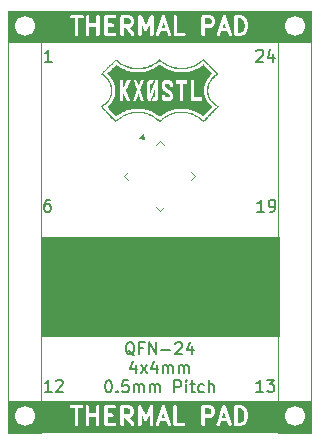
<source format=gto>
G04 #@! TF.GenerationSoftware,KiCad,Pcbnew,9.0.6*
G04 #@! TF.CreationDate,2026-01-08T22:08:58-06:00*
G04 #@! TF.ProjectId,QFN-24_4x4_P0.5,51464e2d-3234-45f3-9478-345f50302e35,rev?*
G04 #@! TF.SameCoordinates,Original*
G04 #@! TF.FileFunction,Legend,Top*
G04 #@! TF.FilePolarity,Positive*
%FSLAX46Y46*%
G04 Gerber Fmt 4.6, Leading zero omitted, Abs format (unit mm)*
G04 Created by KiCad (PCBNEW 9.0.6) date 2026-01-08 22:08:58*
%MOMM*%
%LPD*%
G01*
G04 APERTURE LIST*
G04 Aperture macros list*
%AMRoundRect*
0 Rectangle with rounded corners*
0 $1 Rounding radius*
0 $2 $3 $4 $5 $6 $7 $8 $9 X,Y pos of 4 corners*
0 Add a 4 corners polygon primitive as box body*
4,1,4,$2,$3,$4,$5,$6,$7,$8,$9,$2,$3,0*
0 Add four circle primitives for the rounded corners*
1,1,$1+$1,$2,$3*
1,1,$1+$1,$4,$5*
1,1,$1+$1,$6,$7*
1,1,$1+$1,$8,$9*
0 Add four rect primitives between the rounded corners*
20,1,$1+$1,$2,$3,$4,$5,0*
20,1,$1+$1,$4,$5,$6,$7,0*
20,1,$1+$1,$6,$7,$8,$9,0*
20,1,$1+$1,$8,$9,$2,$3,0*%
%AMRotRect*
0 Rectangle, with rotation*
0 The origin of the aperture is its center*
0 $1 length*
0 $2 width*
0 $3 Rotation angle, in degrees counterclockwise*
0 Add horizontal line*
21,1,$1,$2,0,0,$3*%
G04 Aperture macros list end*
%ADD10C,0.200000*%
%ADD11C,0.100000*%
%ADD12C,0.300000*%
%ADD13C,0.120000*%
%ADD14C,0.000000*%
%ADD15RoundRect,0.062500X-0.424264X0.335876X0.335876X-0.424264X0.424264X-0.335876X-0.335876X0.424264X0*%
%ADD16RoundRect,0.062500X-0.424264X-0.335876X-0.335876X-0.424264X0.424264X0.335876X0.335876X0.424264X0*%
%ADD17RotRect,2.600000X2.600000X315.000000*%
%ADD18C,1.700000*%
%ADD19R,1.700000X1.700000*%
G04 APERTURE END LIST*
D10*
X132035564Y-111958219D02*
X131464136Y-111958219D01*
X131749850Y-111958219D02*
X131749850Y-110958219D01*
X131749850Y-110958219D02*
X131654612Y-111101076D01*
X131654612Y-111101076D02*
X131559374Y-111196314D01*
X131559374Y-111196314D02*
X131464136Y-111243933D01*
X132511755Y-111958219D02*
X132702231Y-111958219D01*
X132702231Y-111958219D02*
X132797469Y-111910600D01*
X132797469Y-111910600D02*
X132845088Y-111862980D01*
X132845088Y-111862980D02*
X132940326Y-111720123D01*
X132940326Y-111720123D02*
X132987945Y-111529647D01*
X132987945Y-111529647D02*
X132987945Y-111148695D01*
X132987945Y-111148695D02*
X132940326Y-111053457D01*
X132940326Y-111053457D02*
X132892707Y-111005838D01*
X132892707Y-111005838D02*
X132797469Y-110958219D01*
X132797469Y-110958219D02*
X132606993Y-110958219D01*
X132606993Y-110958219D02*
X132511755Y-111005838D01*
X132511755Y-111005838D02*
X132464136Y-111053457D01*
X132464136Y-111053457D02*
X132416517Y-111148695D01*
X132416517Y-111148695D02*
X132416517Y-111386790D01*
X132416517Y-111386790D02*
X132464136Y-111482028D01*
X132464136Y-111482028D02*
X132511755Y-111529647D01*
X132511755Y-111529647D02*
X132606993Y-111577266D01*
X132606993Y-111577266D02*
X132797469Y-111577266D01*
X132797469Y-111577266D02*
X132892707Y-111529647D01*
X132892707Y-111529647D02*
X132940326Y-111482028D01*
X132940326Y-111482028D02*
X132987945Y-111386790D01*
X114050482Y-127198219D02*
X113479054Y-127198219D01*
X113764768Y-127198219D02*
X113764768Y-126198219D01*
X113764768Y-126198219D02*
X113669530Y-126341076D01*
X113669530Y-126341076D02*
X113574292Y-126436314D01*
X113574292Y-126436314D02*
X113479054Y-126483933D01*
X114431435Y-126293457D02*
X114479054Y-126245838D01*
X114479054Y-126245838D02*
X114574292Y-126198219D01*
X114574292Y-126198219D02*
X114812387Y-126198219D01*
X114812387Y-126198219D02*
X114907625Y-126245838D01*
X114907625Y-126245838D02*
X114955244Y-126293457D01*
X114955244Y-126293457D02*
X115002863Y-126388695D01*
X115002863Y-126388695D02*
X115002863Y-126483933D01*
X115002863Y-126483933D02*
X114955244Y-126626790D01*
X114955244Y-126626790D02*
X114383816Y-127198219D01*
X114383816Y-127198219D02*
X115002863Y-127198219D01*
X131948564Y-127198219D02*
X131377136Y-127198219D01*
X131662850Y-127198219D02*
X131662850Y-126198219D01*
X131662850Y-126198219D02*
X131567612Y-126341076D01*
X131567612Y-126341076D02*
X131472374Y-126436314D01*
X131472374Y-126436314D02*
X131377136Y-126483933D01*
X132281898Y-126198219D02*
X132900945Y-126198219D01*
X132900945Y-126198219D02*
X132567612Y-126579171D01*
X132567612Y-126579171D02*
X132710469Y-126579171D01*
X132710469Y-126579171D02*
X132805707Y-126626790D01*
X132805707Y-126626790D02*
X132853326Y-126674409D01*
X132853326Y-126674409D02*
X132900945Y-126769647D01*
X132900945Y-126769647D02*
X132900945Y-127007742D01*
X132900945Y-127007742D02*
X132853326Y-127102980D01*
X132853326Y-127102980D02*
X132805707Y-127150600D01*
X132805707Y-127150600D02*
X132710469Y-127198219D01*
X132710469Y-127198219D02*
X132424755Y-127198219D01*
X132424755Y-127198219D02*
X132329517Y-127150600D01*
X132329517Y-127150600D02*
X132281898Y-127102980D01*
D11*
X110363000Y-127952375D02*
X115443000Y-127952375D01*
X115443000Y-130619625D01*
X110363000Y-130619625D01*
X110363000Y-127952375D01*
G36*
X110363000Y-127952375D02*
G01*
X115443000Y-127952375D01*
X115443000Y-130619625D01*
X110363000Y-130619625D01*
X110363000Y-127952375D01*
G37*
X115146750Y-97193225D02*
X130945500Y-97193225D01*
X130945500Y-97599625D01*
X115146750Y-97599625D01*
X115146750Y-97193225D01*
G36*
X115146750Y-97193225D02*
G01*
X130945500Y-97193225D01*
X130945500Y-97599625D01*
X115146750Y-97599625D01*
X115146750Y-97193225D01*
G37*
X130801500Y-127952375D02*
X136000000Y-127952375D01*
X136000000Y-130619625D01*
X130801500Y-130619625D01*
X130801500Y-127952375D01*
G36*
X130801500Y-127952375D02*
G01*
X136000000Y-127952375D01*
X136000000Y-130619625D01*
X130801500Y-130619625D01*
X130801500Y-127952375D01*
G37*
X114562500Y-94932375D02*
X131504250Y-94932375D01*
X131504250Y-95160975D01*
X114562500Y-95160975D01*
X114562500Y-94932375D01*
G36*
X114562500Y-94932375D02*
G01*
X131504250Y-94932375D01*
X131504250Y-95160975D01*
X114562500Y-95160975D01*
X114562500Y-94932375D01*
G37*
X115180500Y-127952375D02*
X131233250Y-127952375D01*
X131233250Y-128180725D01*
X115180500Y-128180725D01*
X115180500Y-127952375D01*
G36*
X115180500Y-127952375D02*
G01*
X131233250Y-127952375D01*
X131233250Y-128180725D01*
X115180500Y-128180725D01*
X115180500Y-127952375D01*
G37*
X113224164Y-114081238D02*
X133290164Y-114081238D01*
X133290164Y-122496698D01*
X113224164Y-122496698D01*
X113224164Y-114081238D01*
G36*
X113224164Y-114081238D02*
G01*
X133290164Y-114081238D01*
X133290164Y-122496698D01*
X113224164Y-122496698D01*
X113224164Y-114081238D01*
G37*
X114240750Y-130213225D02*
X131944500Y-130213225D01*
X131944500Y-130619625D01*
X114240750Y-130619625D01*
X114240750Y-130213225D01*
G36*
X114240750Y-130213225D02*
G01*
X131944500Y-130213225D01*
X131944500Y-130619625D01*
X114240750Y-130619625D01*
X114240750Y-130213225D01*
G37*
X110380000Y-94932375D02*
X115460000Y-94932375D01*
X115460000Y-97599625D01*
X110380000Y-97599625D01*
X110380000Y-94932375D01*
G36*
X110380000Y-94932375D02*
G01*
X115460000Y-94932375D01*
X115460000Y-97599625D01*
X110380000Y-97599625D01*
X110380000Y-94932375D01*
G37*
X130831250Y-94932375D02*
X136017000Y-94932375D01*
X136017000Y-97599625D01*
X130831250Y-97599625D01*
X130831250Y-94932375D01*
G36*
X130831250Y-94932375D02*
G01*
X136017000Y-94932375D01*
X136017000Y-97599625D01*
X130831250Y-97599625D01*
X130831250Y-94932375D01*
G37*
D10*
X131377136Y-98353457D02*
X131424755Y-98305838D01*
X131424755Y-98305838D02*
X131519993Y-98258219D01*
X131519993Y-98258219D02*
X131758088Y-98258219D01*
X131758088Y-98258219D02*
X131853326Y-98305838D01*
X131853326Y-98305838D02*
X131900945Y-98353457D01*
X131900945Y-98353457D02*
X131948564Y-98448695D01*
X131948564Y-98448695D02*
X131948564Y-98543933D01*
X131948564Y-98543933D02*
X131900945Y-98686790D01*
X131900945Y-98686790D02*
X131329517Y-99258219D01*
X131329517Y-99258219D02*
X131948564Y-99258219D01*
X132805707Y-98591552D02*
X132805707Y-99258219D01*
X132567612Y-98210600D02*
X132329517Y-98924885D01*
X132329517Y-98924885D02*
X132948564Y-98924885D01*
X113878244Y-110958219D02*
X113687768Y-110958219D01*
X113687768Y-110958219D02*
X113592530Y-111005838D01*
X113592530Y-111005838D02*
X113544911Y-111053457D01*
X113544911Y-111053457D02*
X113449673Y-111196314D01*
X113449673Y-111196314D02*
X113402054Y-111386790D01*
X113402054Y-111386790D02*
X113402054Y-111767742D01*
X113402054Y-111767742D02*
X113449673Y-111862980D01*
X113449673Y-111862980D02*
X113497292Y-111910600D01*
X113497292Y-111910600D02*
X113592530Y-111958219D01*
X113592530Y-111958219D02*
X113783006Y-111958219D01*
X113783006Y-111958219D02*
X113878244Y-111910600D01*
X113878244Y-111910600D02*
X113925863Y-111862980D01*
X113925863Y-111862980D02*
X113973482Y-111767742D01*
X113973482Y-111767742D02*
X113973482Y-111529647D01*
X113973482Y-111529647D02*
X113925863Y-111434409D01*
X113925863Y-111434409D02*
X113878244Y-111386790D01*
X113878244Y-111386790D02*
X113783006Y-111339171D01*
X113783006Y-111339171D02*
X113592530Y-111339171D01*
X113592530Y-111339171D02*
X113497292Y-111386790D01*
X113497292Y-111386790D02*
X113449673Y-111434409D01*
X113449673Y-111434409D02*
X113402054Y-111529647D01*
X121047142Y-124116816D02*
X120951904Y-124069197D01*
X120951904Y-124069197D02*
X120856666Y-123973959D01*
X120856666Y-123973959D02*
X120713809Y-123831101D01*
X120713809Y-123831101D02*
X120618571Y-123783482D01*
X120618571Y-123783482D02*
X120523333Y-123783482D01*
X120570952Y-124021578D02*
X120475714Y-123973959D01*
X120475714Y-123973959D02*
X120380476Y-123878720D01*
X120380476Y-123878720D02*
X120332857Y-123688244D01*
X120332857Y-123688244D02*
X120332857Y-123354911D01*
X120332857Y-123354911D02*
X120380476Y-123164435D01*
X120380476Y-123164435D02*
X120475714Y-123069197D01*
X120475714Y-123069197D02*
X120570952Y-123021578D01*
X120570952Y-123021578D02*
X120761428Y-123021578D01*
X120761428Y-123021578D02*
X120856666Y-123069197D01*
X120856666Y-123069197D02*
X120951904Y-123164435D01*
X120951904Y-123164435D02*
X120999523Y-123354911D01*
X120999523Y-123354911D02*
X120999523Y-123688244D01*
X120999523Y-123688244D02*
X120951904Y-123878720D01*
X120951904Y-123878720D02*
X120856666Y-123973959D01*
X120856666Y-123973959D02*
X120761428Y-124021578D01*
X120761428Y-124021578D02*
X120570952Y-124021578D01*
X121761428Y-123497768D02*
X121428095Y-123497768D01*
X121428095Y-124021578D02*
X121428095Y-123021578D01*
X121428095Y-123021578D02*
X121904285Y-123021578D01*
X122285238Y-124021578D02*
X122285238Y-123021578D01*
X122285238Y-123021578D02*
X122856666Y-124021578D01*
X122856666Y-124021578D02*
X122856666Y-123021578D01*
X123332857Y-123640625D02*
X124094762Y-123640625D01*
X124523333Y-123116816D02*
X124570952Y-123069197D01*
X124570952Y-123069197D02*
X124666190Y-123021578D01*
X124666190Y-123021578D02*
X124904285Y-123021578D01*
X124904285Y-123021578D02*
X124999523Y-123069197D01*
X124999523Y-123069197D02*
X125047142Y-123116816D01*
X125047142Y-123116816D02*
X125094761Y-123212054D01*
X125094761Y-123212054D02*
X125094761Y-123307292D01*
X125094761Y-123307292D02*
X125047142Y-123450149D01*
X125047142Y-123450149D02*
X124475714Y-124021578D01*
X124475714Y-124021578D02*
X125094761Y-124021578D01*
X125951904Y-123354911D02*
X125951904Y-124021578D01*
X125713809Y-122973959D02*
X125475714Y-123688244D01*
X125475714Y-123688244D02*
X126094761Y-123688244D01*
X121166190Y-124964855D02*
X121166190Y-125631522D01*
X120928095Y-124583903D02*
X120690000Y-125298188D01*
X120690000Y-125298188D02*
X121309047Y-125298188D01*
X121594762Y-125631522D02*
X122118571Y-124964855D01*
X121594762Y-124964855D02*
X122118571Y-125631522D01*
X122928095Y-124964855D02*
X122928095Y-125631522D01*
X122690000Y-124583903D02*
X122451905Y-125298188D01*
X122451905Y-125298188D02*
X123070952Y-125298188D01*
X123451905Y-125631522D02*
X123451905Y-124964855D01*
X123451905Y-125060093D02*
X123499524Y-125012474D01*
X123499524Y-125012474D02*
X123594762Y-124964855D01*
X123594762Y-124964855D02*
X123737619Y-124964855D01*
X123737619Y-124964855D02*
X123832857Y-125012474D01*
X123832857Y-125012474D02*
X123880476Y-125107712D01*
X123880476Y-125107712D02*
X123880476Y-125631522D01*
X123880476Y-125107712D02*
X123928095Y-125012474D01*
X123928095Y-125012474D02*
X124023333Y-124964855D01*
X124023333Y-124964855D02*
X124166190Y-124964855D01*
X124166190Y-124964855D02*
X124261429Y-125012474D01*
X124261429Y-125012474D02*
X124309048Y-125107712D01*
X124309048Y-125107712D02*
X124309048Y-125631522D01*
X124785238Y-125631522D02*
X124785238Y-124964855D01*
X124785238Y-125060093D02*
X124832857Y-125012474D01*
X124832857Y-125012474D02*
X124928095Y-124964855D01*
X124928095Y-124964855D02*
X125070952Y-124964855D01*
X125070952Y-124964855D02*
X125166190Y-125012474D01*
X125166190Y-125012474D02*
X125213809Y-125107712D01*
X125213809Y-125107712D02*
X125213809Y-125631522D01*
X125213809Y-125107712D02*
X125261428Y-125012474D01*
X125261428Y-125012474D02*
X125356666Y-124964855D01*
X125356666Y-124964855D02*
X125499523Y-124964855D01*
X125499523Y-124964855D02*
X125594762Y-125012474D01*
X125594762Y-125012474D02*
X125642381Y-125107712D01*
X125642381Y-125107712D02*
X125642381Y-125631522D01*
X118809048Y-126241466D02*
X118904286Y-126241466D01*
X118904286Y-126241466D02*
X118999524Y-126289085D01*
X118999524Y-126289085D02*
X119047143Y-126336704D01*
X119047143Y-126336704D02*
X119094762Y-126431942D01*
X119094762Y-126431942D02*
X119142381Y-126622418D01*
X119142381Y-126622418D02*
X119142381Y-126860513D01*
X119142381Y-126860513D02*
X119094762Y-127050989D01*
X119094762Y-127050989D02*
X119047143Y-127146227D01*
X119047143Y-127146227D02*
X118999524Y-127193847D01*
X118999524Y-127193847D02*
X118904286Y-127241466D01*
X118904286Y-127241466D02*
X118809048Y-127241466D01*
X118809048Y-127241466D02*
X118713810Y-127193847D01*
X118713810Y-127193847D02*
X118666191Y-127146227D01*
X118666191Y-127146227D02*
X118618572Y-127050989D01*
X118618572Y-127050989D02*
X118570953Y-126860513D01*
X118570953Y-126860513D02*
X118570953Y-126622418D01*
X118570953Y-126622418D02*
X118618572Y-126431942D01*
X118618572Y-126431942D02*
X118666191Y-126336704D01*
X118666191Y-126336704D02*
X118713810Y-126289085D01*
X118713810Y-126289085D02*
X118809048Y-126241466D01*
X119570953Y-127146227D02*
X119618572Y-127193847D01*
X119618572Y-127193847D02*
X119570953Y-127241466D01*
X119570953Y-127241466D02*
X119523334Y-127193847D01*
X119523334Y-127193847D02*
X119570953Y-127146227D01*
X119570953Y-127146227D02*
X119570953Y-127241466D01*
X120523333Y-126241466D02*
X120047143Y-126241466D01*
X120047143Y-126241466D02*
X119999524Y-126717656D01*
X119999524Y-126717656D02*
X120047143Y-126670037D01*
X120047143Y-126670037D02*
X120142381Y-126622418D01*
X120142381Y-126622418D02*
X120380476Y-126622418D01*
X120380476Y-126622418D02*
X120475714Y-126670037D01*
X120475714Y-126670037D02*
X120523333Y-126717656D01*
X120523333Y-126717656D02*
X120570952Y-126812894D01*
X120570952Y-126812894D02*
X120570952Y-127050989D01*
X120570952Y-127050989D02*
X120523333Y-127146227D01*
X120523333Y-127146227D02*
X120475714Y-127193847D01*
X120475714Y-127193847D02*
X120380476Y-127241466D01*
X120380476Y-127241466D02*
X120142381Y-127241466D01*
X120142381Y-127241466D02*
X120047143Y-127193847D01*
X120047143Y-127193847D02*
X119999524Y-127146227D01*
X120999524Y-127241466D02*
X120999524Y-126574799D01*
X120999524Y-126670037D02*
X121047143Y-126622418D01*
X121047143Y-126622418D02*
X121142381Y-126574799D01*
X121142381Y-126574799D02*
X121285238Y-126574799D01*
X121285238Y-126574799D02*
X121380476Y-126622418D01*
X121380476Y-126622418D02*
X121428095Y-126717656D01*
X121428095Y-126717656D02*
X121428095Y-127241466D01*
X121428095Y-126717656D02*
X121475714Y-126622418D01*
X121475714Y-126622418D02*
X121570952Y-126574799D01*
X121570952Y-126574799D02*
X121713809Y-126574799D01*
X121713809Y-126574799D02*
X121809048Y-126622418D01*
X121809048Y-126622418D02*
X121856667Y-126717656D01*
X121856667Y-126717656D02*
X121856667Y-127241466D01*
X122332857Y-127241466D02*
X122332857Y-126574799D01*
X122332857Y-126670037D02*
X122380476Y-126622418D01*
X122380476Y-126622418D02*
X122475714Y-126574799D01*
X122475714Y-126574799D02*
X122618571Y-126574799D01*
X122618571Y-126574799D02*
X122713809Y-126622418D01*
X122713809Y-126622418D02*
X122761428Y-126717656D01*
X122761428Y-126717656D02*
X122761428Y-127241466D01*
X122761428Y-126717656D02*
X122809047Y-126622418D01*
X122809047Y-126622418D02*
X122904285Y-126574799D01*
X122904285Y-126574799D02*
X123047142Y-126574799D01*
X123047142Y-126574799D02*
X123142381Y-126622418D01*
X123142381Y-126622418D02*
X123190000Y-126717656D01*
X123190000Y-126717656D02*
X123190000Y-127241466D01*
X124428095Y-127241466D02*
X124428095Y-126241466D01*
X124428095Y-126241466D02*
X124809047Y-126241466D01*
X124809047Y-126241466D02*
X124904285Y-126289085D01*
X124904285Y-126289085D02*
X124951904Y-126336704D01*
X124951904Y-126336704D02*
X124999523Y-126431942D01*
X124999523Y-126431942D02*
X124999523Y-126574799D01*
X124999523Y-126574799D02*
X124951904Y-126670037D01*
X124951904Y-126670037D02*
X124904285Y-126717656D01*
X124904285Y-126717656D02*
X124809047Y-126765275D01*
X124809047Y-126765275D02*
X124428095Y-126765275D01*
X125428095Y-127241466D02*
X125428095Y-126574799D01*
X125428095Y-126241466D02*
X125380476Y-126289085D01*
X125380476Y-126289085D02*
X125428095Y-126336704D01*
X125428095Y-126336704D02*
X125475714Y-126289085D01*
X125475714Y-126289085D02*
X125428095Y-126241466D01*
X125428095Y-126241466D02*
X125428095Y-126336704D01*
X125761428Y-126574799D02*
X126142380Y-126574799D01*
X125904285Y-126241466D02*
X125904285Y-127098608D01*
X125904285Y-127098608D02*
X125951904Y-127193847D01*
X125951904Y-127193847D02*
X126047142Y-127241466D01*
X126047142Y-127241466D02*
X126142380Y-127241466D01*
X126904285Y-127193847D02*
X126809047Y-127241466D01*
X126809047Y-127241466D02*
X126618571Y-127241466D01*
X126618571Y-127241466D02*
X126523333Y-127193847D01*
X126523333Y-127193847D02*
X126475714Y-127146227D01*
X126475714Y-127146227D02*
X126428095Y-127050989D01*
X126428095Y-127050989D02*
X126428095Y-126765275D01*
X126428095Y-126765275D02*
X126475714Y-126670037D01*
X126475714Y-126670037D02*
X126523333Y-126622418D01*
X126523333Y-126622418D02*
X126618571Y-126574799D01*
X126618571Y-126574799D02*
X126809047Y-126574799D01*
X126809047Y-126574799D02*
X126904285Y-126622418D01*
X127332857Y-127241466D02*
X127332857Y-126241466D01*
X127761428Y-127241466D02*
X127761428Y-126717656D01*
X127761428Y-126717656D02*
X127713809Y-126622418D01*
X127713809Y-126622418D02*
X127618571Y-126574799D01*
X127618571Y-126574799D02*
X127475714Y-126574799D01*
X127475714Y-126574799D02*
X127380476Y-126622418D01*
X127380476Y-126622418D02*
X127332857Y-126670037D01*
D12*
G36*
X130136186Y-128666861D02*
G01*
X130236793Y-128767468D01*
X130289972Y-128873827D01*
X130352928Y-129125648D01*
X130352928Y-129303007D01*
X130289972Y-129554828D01*
X130236793Y-129661188D01*
X130136187Y-129761794D01*
X129978585Y-129814328D01*
X129795785Y-129814328D01*
X129795785Y-128614328D01*
X129978588Y-128614328D01*
X130136186Y-128666861D01*
G37*
G36*
X120628361Y-128659035D02*
G01*
X120665365Y-128696039D01*
X120710071Y-128785451D01*
X120710071Y-128928918D01*
X120665364Y-129018331D01*
X120628359Y-129055336D01*
X120538947Y-129100042D01*
X120152928Y-129100042D01*
X120152928Y-128614328D01*
X120538947Y-128614328D01*
X120628361Y-128659035D01*
G37*
G36*
X123651959Y-129385757D02*
G01*
X123353900Y-129385757D01*
X123502929Y-128938669D01*
X123651959Y-129385757D01*
G37*
G36*
X128794816Y-129385757D02*
G01*
X128496757Y-129385757D01*
X128645786Y-128938669D01*
X128794816Y-129385757D01*
G37*
G36*
X127485504Y-128659035D02*
G01*
X127522508Y-128696039D01*
X127567214Y-128785451D01*
X127567214Y-128928918D01*
X127522507Y-129018331D01*
X127485502Y-129055336D01*
X127396090Y-129100042D01*
X127010071Y-129100042D01*
X127010071Y-128614328D01*
X127396090Y-128614328D01*
X127485504Y-128659035D01*
G37*
G36*
X130819595Y-130280995D02*
G01*
X115403429Y-130280995D01*
X115403429Y-128435064D01*
X115570096Y-128435064D01*
X115570096Y-128493592D01*
X115592494Y-128547664D01*
X115633878Y-128589048D01*
X115687950Y-128611446D01*
X115717214Y-128614328D01*
X115995785Y-128614328D01*
X115995785Y-129964328D01*
X115998667Y-129993592D01*
X116021065Y-130047664D01*
X116062449Y-130089048D01*
X116116521Y-130111446D01*
X116175049Y-130111446D01*
X116229121Y-130089048D01*
X116270505Y-130047664D01*
X116292903Y-129993592D01*
X116295785Y-129964328D01*
X116295785Y-128614328D01*
X116574357Y-128614328D01*
X116603621Y-128611446D01*
X116657693Y-128589048D01*
X116699077Y-128547664D01*
X116721475Y-128493592D01*
X116721475Y-128464328D01*
X116924356Y-128464328D01*
X116924356Y-129964328D01*
X116927238Y-129993592D01*
X116949636Y-130047664D01*
X116991020Y-130089048D01*
X117045092Y-130111446D01*
X117103620Y-130111446D01*
X117157692Y-130089048D01*
X117199076Y-130047664D01*
X117221474Y-129993592D01*
X117224356Y-129964328D01*
X117224356Y-129328614D01*
X117781499Y-129328614D01*
X117781499Y-129964328D01*
X117784381Y-129993592D01*
X117806779Y-130047664D01*
X117848163Y-130089048D01*
X117902235Y-130111446D01*
X117960763Y-130111446D01*
X118014835Y-130089048D01*
X118056219Y-130047664D01*
X118078617Y-129993592D01*
X118081499Y-129964328D01*
X118081499Y-128464328D01*
X118495785Y-128464328D01*
X118495785Y-129964328D01*
X118498667Y-129993592D01*
X118521065Y-130047664D01*
X118562449Y-130089048D01*
X118616521Y-130111446D01*
X118645785Y-130114328D01*
X119360071Y-130114328D01*
X119389335Y-130111446D01*
X119443407Y-130089048D01*
X119484791Y-130047664D01*
X119507189Y-129993592D01*
X119507189Y-129935064D01*
X119484791Y-129880992D01*
X119443407Y-129839608D01*
X119389335Y-129817210D01*
X119360071Y-129814328D01*
X118795785Y-129814328D01*
X118795785Y-129328614D01*
X119145785Y-129328614D01*
X119175049Y-129325732D01*
X119229121Y-129303334D01*
X119270505Y-129261950D01*
X119292903Y-129207878D01*
X119292903Y-129149350D01*
X119270505Y-129095278D01*
X119229121Y-129053894D01*
X119175049Y-129031496D01*
X119145785Y-129028614D01*
X118795785Y-129028614D01*
X118795785Y-128614328D01*
X119360071Y-128614328D01*
X119389335Y-128611446D01*
X119443407Y-128589048D01*
X119484791Y-128547664D01*
X119507189Y-128493592D01*
X119507189Y-128464328D01*
X119852928Y-128464328D01*
X119852928Y-129964328D01*
X119855810Y-129993592D01*
X119878208Y-130047664D01*
X119919592Y-130089048D01*
X119973664Y-130111446D01*
X120032192Y-130111446D01*
X120086264Y-130089048D01*
X120127648Y-130047664D01*
X120150046Y-129993592D01*
X120152928Y-129964328D01*
X120152928Y-129400042D01*
X120281973Y-129400042D01*
X120737186Y-130050347D01*
X120756329Y-130072669D01*
X120805686Y-130104122D01*
X120863322Y-130114293D01*
X120920464Y-130101634D01*
X120968412Y-130068070D01*
X120999865Y-130018713D01*
X121010036Y-129961077D01*
X120997377Y-129903935D01*
X120982956Y-129878309D01*
X120638004Y-129385520D01*
X120641439Y-129384206D01*
X120784296Y-129312778D01*
X120796889Y-129304850D01*
X120800549Y-129303335D01*
X120804668Y-129299953D01*
X120809182Y-129297113D01*
X120811778Y-129294119D01*
X120823280Y-129284680D01*
X120894709Y-129213251D01*
X120904150Y-129201746D01*
X120907142Y-129199152D01*
X120909980Y-129194642D01*
X120913364Y-129190520D01*
X120914880Y-129186858D01*
X120922807Y-129174267D01*
X120994235Y-129031409D01*
X121004745Y-129003946D01*
X121005126Y-128998570D01*
X121007189Y-128993592D01*
X121010071Y-128964328D01*
X121010071Y-128750042D01*
X121007189Y-128720778D01*
X121005126Y-128715799D01*
X121004745Y-128710424D01*
X120994235Y-128682961D01*
X120922807Y-128540103D01*
X120914878Y-128527508D01*
X120913363Y-128523849D01*
X120909981Y-128519728D01*
X120907142Y-128515218D01*
X120904150Y-128512623D01*
X120894708Y-128501118D01*
X120857917Y-128464328D01*
X121352928Y-128464328D01*
X121352928Y-129964328D01*
X121355810Y-129993592D01*
X121378208Y-130047664D01*
X121419592Y-130089048D01*
X121473664Y-130111446D01*
X121532192Y-130111446D01*
X121586264Y-130089048D01*
X121627648Y-130047664D01*
X121650046Y-129993592D01*
X121652928Y-129964328D01*
X121652928Y-129140461D01*
X121867001Y-129599190D01*
X121873347Y-129609903D01*
X121874668Y-129613535D01*
X121877019Y-129616103D01*
X121881988Y-129624490D01*
X121898793Y-129639880D01*
X121914195Y-129656698D01*
X121920238Y-129659518D01*
X121925151Y-129664017D01*
X121946571Y-129671806D01*
X121967233Y-129681448D01*
X121973890Y-129681740D01*
X121980153Y-129684018D01*
X122002932Y-129683017D01*
X122025703Y-129684018D01*
X122031962Y-129681741D01*
X122038624Y-129681449D01*
X122059291Y-129671804D01*
X122080706Y-129664017D01*
X122085619Y-129659517D01*
X122091661Y-129656698D01*
X122107056Y-129639885D01*
X122123869Y-129624490D01*
X122128837Y-129616101D01*
X122131188Y-129613535D01*
X122132507Y-129609905D01*
X122138855Y-129599190D01*
X122352928Y-129140462D01*
X122352928Y-129964328D01*
X122355810Y-129993592D01*
X122378208Y-130047664D01*
X122419592Y-130089048D01*
X122473664Y-130111446D01*
X122532192Y-130111446D01*
X122586264Y-130089048D01*
X122627648Y-130047664D01*
X122650046Y-129993592D01*
X122652928Y-129964328D01*
X122652928Y-129945567D01*
X122854107Y-129945567D01*
X122858256Y-130003948D01*
X122884430Y-130056295D01*
X122928644Y-130094642D01*
X122984168Y-130113150D01*
X123042549Y-130109001D01*
X123094896Y-130082827D01*
X123133243Y-130038613D01*
X123145231Y-130011762D01*
X123253900Y-129685757D01*
X123751959Y-129685757D01*
X123860627Y-130011762D01*
X123872615Y-130038613D01*
X123910962Y-130082828D01*
X123963310Y-130109001D01*
X124021690Y-130113151D01*
X124077214Y-130094642D01*
X124121428Y-130056295D01*
X124147602Y-130003948D01*
X124151752Y-129945568D01*
X124145232Y-129916894D01*
X123661042Y-128464328D01*
X124352928Y-128464328D01*
X124352928Y-129964328D01*
X124355810Y-129993592D01*
X124378208Y-130047664D01*
X124419592Y-130089048D01*
X124473664Y-130111446D01*
X124502928Y-130114328D01*
X125217214Y-130114328D01*
X125246478Y-130111446D01*
X125300550Y-130089048D01*
X125341934Y-130047664D01*
X125364332Y-129993592D01*
X125364332Y-129935064D01*
X125341934Y-129880992D01*
X125300550Y-129839608D01*
X125246478Y-129817210D01*
X125217214Y-129814328D01*
X124652928Y-129814328D01*
X124652928Y-128464328D01*
X126710071Y-128464328D01*
X126710071Y-129964328D01*
X126712953Y-129993592D01*
X126735351Y-130047664D01*
X126776735Y-130089048D01*
X126830807Y-130111446D01*
X126889335Y-130111446D01*
X126943407Y-130089048D01*
X126984791Y-130047664D01*
X127007189Y-129993592D01*
X127010071Y-129964328D01*
X127010071Y-129945567D01*
X127996964Y-129945567D01*
X128001113Y-130003948D01*
X128027287Y-130056295D01*
X128071501Y-130094642D01*
X128127025Y-130113150D01*
X128185406Y-130109001D01*
X128237753Y-130082827D01*
X128276100Y-130038613D01*
X128288088Y-130011762D01*
X128396757Y-129685757D01*
X128894816Y-129685757D01*
X129003484Y-130011762D01*
X129015472Y-130038613D01*
X129053819Y-130082828D01*
X129106167Y-130109001D01*
X129164547Y-130113151D01*
X129220071Y-130094642D01*
X129264285Y-130056295D01*
X129290459Y-130003948D01*
X129294609Y-129945568D01*
X129288089Y-129916894D01*
X128803899Y-128464328D01*
X129495785Y-128464328D01*
X129495785Y-129964328D01*
X129498667Y-129993592D01*
X129521065Y-130047664D01*
X129562449Y-130089048D01*
X129616521Y-130111446D01*
X129645785Y-130114328D01*
X130002928Y-130114328D01*
X130017733Y-130112869D01*
X130021688Y-130113151D01*
X130026889Y-130111968D01*
X130032192Y-130111446D01*
X130035849Y-130109930D01*
X130050362Y-130106631D01*
X130264648Y-130035203D01*
X130291499Y-130023215D01*
X130295570Y-130019683D01*
X130300550Y-130017621D01*
X130323280Y-129998966D01*
X130466137Y-129856108D01*
X130475575Y-129844606D01*
X130478570Y-129842010D01*
X130481410Y-129837496D01*
X130484792Y-129833377D01*
X130486307Y-129829717D01*
X130494235Y-129817124D01*
X130565664Y-129674268D01*
X130566483Y-129672125D01*
X130567128Y-129671256D01*
X130571512Y-129658984D01*
X130576173Y-129646804D01*
X130576249Y-129645723D01*
X130577021Y-129643565D01*
X130648449Y-129357851D01*
X130649198Y-129352779D01*
X130650046Y-129350735D01*
X130651131Y-129339712D01*
X130652751Y-129328762D01*
X130652425Y-129326574D01*
X130652928Y-129321471D01*
X130652928Y-129107185D01*
X130652425Y-129102081D01*
X130652751Y-129099894D01*
X130651131Y-129088943D01*
X130650046Y-129077921D01*
X130649198Y-129075876D01*
X130648449Y-129070805D01*
X130577021Y-128785091D01*
X130576249Y-128782932D01*
X130576173Y-128781852D01*
X130571512Y-128769671D01*
X130567128Y-128757400D01*
X130566483Y-128756530D01*
X130565664Y-128754388D01*
X130494235Y-128611532D01*
X130486308Y-128598940D01*
X130484792Y-128595278D01*
X130481408Y-128591155D01*
X130478570Y-128586646D01*
X130475577Y-128584050D01*
X130466137Y-128572548D01*
X130323280Y-128429691D01*
X130300549Y-128411036D01*
X130295569Y-128408973D01*
X130291499Y-128405443D01*
X130264648Y-128393454D01*
X130050362Y-128322026D01*
X130035854Y-128318727D01*
X130032192Y-128317210D01*
X130026883Y-128316687D01*
X130021689Y-128315506D01*
X130017739Y-128315786D01*
X130002928Y-128314328D01*
X129645785Y-128314328D01*
X129616521Y-128317210D01*
X129562449Y-128339608D01*
X129521065Y-128380992D01*
X129498667Y-128435064D01*
X129495785Y-128464328D01*
X128803899Y-128464328D01*
X128788088Y-128416894D01*
X128776100Y-128390043D01*
X128769077Y-128381946D01*
X128764285Y-128372361D01*
X128750076Y-128360037D01*
X128737753Y-128345829D01*
X128728167Y-128341036D01*
X128720071Y-128334014D01*
X128702227Y-128328065D01*
X128685406Y-128319655D01*
X128674717Y-128318895D01*
X128664547Y-128315505D01*
X128645781Y-128316838D01*
X128627025Y-128315506D01*
X128616857Y-128318895D01*
X128606167Y-128319655D01*
X128589343Y-128328066D01*
X128571501Y-128334014D01*
X128563406Y-128341034D01*
X128553819Y-128345828D01*
X128541493Y-128360039D01*
X128527287Y-128372361D01*
X128522494Y-128381945D01*
X128515472Y-128390043D01*
X128503484Y-128416894D01*
X128003484Y-129916894D01*
X127996964Y-129945567D01*
X127010071Y-129945567D01*
X127010071Y-129400042D01*
X127431500Y-129400042D01*
X127460764Y-129397160D01*
X127465742Y-129395097D01*
X127471118Y-129394716D01*
X127498582Y-129384206D01*
X127641439Y-129312778D01*
X127654032Y-129304850D01*
X127657692Y-129303335D01*
X127661811Y-129299953D01*
X127666325Y-129297113D01*
X127668921Y-129294119D01*
X127680423Y-129284680D01*
X127751852Y-129213251D01*
X127761293Y-129201746D01*
X127764285Y-129199152D01*
X127767123Y-129194642D01*
X127770507Y-129190520D01*
X127772023Y-129186858D01*
X127779950Y-129174267D01*
X127851378Y-129031409D01*
X127861888Y-129003946D01*
X127862269Y-128998570D01*
X127864332Y-128993592D01*
X127867214Y-128964328D01*
X127867214Y-128750042D01*
X127864332Y-128720778D01*
X127862269Y-128715799D01*
X127861888Y-128710424D01*
X127851378Y-128682961D01*
X127779950Y-128540103D01*
X127772021Y-128527508D01*
X127770506Y-128523849D01*
X127767124Y-128519728D01*
X127764285Y-128515218D01*
X127761293Y-128512623D01*
X127751851Y-128501118D01*
X127680422Y-128429690D01*
X127668922Y-128420252D01*
X127666325Y-128417258D01*
X127661808Y-128414415D01*
X127657691Y-128411036D01*
X127654034Y-128409521D01*
X127641439Y-128401593D01*
X127498582Y-128330164D01*
X127471119Y-128319655D01*
X127465744Y-128319273D01*
X127460764Y-128317210D01*
X127431500Y-128314328D01*
X126860071Y-128314328D01*
X126830807Y-128317210D01*
X126776735Y-128339608D01*
X126735351Y-128380992D01*
X126712953Y-128435064D01*
X126710071Y-128464328D01*
X124652928Y-128464328D01*
X124650046Y-128435064D01*
X124627648Y-128380992D01*
X124586264Y-128339608D01*
X124532192Y-128317210D01*
X124473664Y-128317210D01*
X124419592Y-128339608D01*
X124378208Y-128380992D01*
X124355810Y-128435064D01*
X124352928Y-128464328D01*
X123661042Y-128464328D01*
X123645231Y-128416894D01*
X123633243Y-128390043D01*
X123626220Y-128381946D01*
X123621428Y-128372361D01*
X123607219Y-128360037D01*
X123594896Y-128345829D01*
X123585310Y-128341036D01*
X123577214Y-128334014D01*
X123559370Y-128328065D01*
X123542549Y-128319655D01*
X123531860Y-128318895D01*
X123521690Y-128315505D01*
X123502924Y-128316838D01*
X123484168Y-128315506D01*
X123474000Y-128318895D01*
X123463310Y-128319655D01*
X123446486Y-128328066D01*
X123428644Y-128334014D01*
X123420549Y-128341034D01*
X123410962Y-128345828D01*
X123398636Y-128360039D01*
X123384430Y-128372361D01*
X123379637Y-128381945D01*
X123372615Y-128390043D01*
X123360627Y-128416894D01*
X122860627Y-129916894D01*
X122854107Y-129945567D01*
X122652928Y-129945567D01*
X122652928Y-128464328D01*
X122651033Y-128445090D01*
X122651189Y-128441552D01*
X122650497Y-128439651D01*
X122650046Y-128435064D01*
X122640085Y-128411018D01*
X122631188Y-128386550D01*
X122628928Y-128384082D01*
X122627648Y-128380992D01*
X122609250Y-128362594D01*
X122591661Y-128343387D01*
X122588627Y-128341971D01*
X122586264Y-128339608D01*
X122562233Y-128329654D01*
X122538624Y-128318636D01*
X122535279Y-128318489D01*
X122532192Y-128317210D01*
X122506168Y-128317210D01*
X122480153Y-128316067D01*
X122477010Y-128317210D01*
X122473664Y-128317210D01*
X122449611Y-128327173D01*
X122425151Y-128336068D01*
X122422683Y-128338327D01*
X122419592Y-128339608D01*
X122401183Y-128358016D01*
X122381988Y-128375595D01*
X122379638Y-128379561D01*
X122378208Y-128380992D01*
X122376852Y-128384264D01*
X122367001Y-128400895D01*
X122002928Y-129181051D01*
X121638855Y-128400895D01*
X121629001Y-128384260D01*
X121627648Y-128380992D01*
X121626219Y-128379563D01*
X121623869Y-128375595D01*
X121604661Y-128358005D01*
X121586264Y-128339608D01*
X121583173Y-128338327D01*
X121580706Y-128336068D01*
X121556240Y-128327171D01*
X121532192Y-128317210D01*
X121528846Y-128317210D01*
X121525703Y-128316067D01*
X121499699Y-128317210D01*
X121473664Y-128317210D01*
X121470573Y-128318490D01*
X121467233Y-128318637D01*
X121443637Y-128329647D01*
X121419592Y-128339608D01*
X121417228Y-128341971D01*
X121414195Y-128343387D01*
X121396605Y-128362594D01*
X121378208Y-128380992D01*
X121376927Y-128384082D01*
X121374668Y-128386550D01*
X121365771Y-128411015D01*
X121355810Y-128435064D01*
X121355358Y-128439652D01*
X121354667Y-128441553D01*
X121354822Y-128445091D01*
X121352928Y-128464328D01*
X120857917Y-128464328D01*
X120823279Y-128429690D01*
X120811779Y-128420252D01*
X120809182Y-128417258D01*
X120804665Y-128414415D01*
X120800548Y-128411036D01*
X120796891Y-128409521D01*
X120784296Y-128401593D01*
X120641439Y-128330164D01*
X120613976Y-128319655D01*
X120608601Y-128319273D01*
X120603621Y-128317210D01*
X120574357Y-128314328D01*
X120002928Y-128314328D01*
X119973664Y-128317210D01*
X119919592Y-128339608D01*
X119878208Y-128380992D01*
X119855810Y-128435064D01*
X119852928Y-128464328D01*
X119507189Y-128464328D01*
X119507189Y-128435064D01*
X119484791Y-128380992D01*
X119443407Y-128339608D01*
X119389335Y-128317210D01*
X119360071Y-128314328D01*
X118645785Y-128314328D01*
X118616521Y-128317210D01*
X118562449Y-128339608D01*
X118521065Y-128380992D01*
X118498667Y-128435064D01*
X118495785Y-128464328D01*
X118081499Y-128464328D01*
X118078617Y-128435064D01*
X118056219Y-128380992D01*
X118014835Y-128339608D01*
X117960763Y-128317210D01*
X117902235Y-128317210D01*
X117848163Y-128339608D01*
X117806779Y-128380992D01*
X117784381Y-128435064D01*
X117781499Y-128464328D01*
X117781499Y-129028614D01*
X117224356Y-129028614D01*
X117224356Y-128464328D01*
X117221474Y-128435064D01*
X117199076Y-128380992D01*
X117157692Y-128339608D01*
X117103620Y-128317210D01*
X117045092Y-128317210D01*
X116991020Y-128339608D01*
X116949636Y-128380992D01*
X116927238Y-128435064D01*
X116924356Y-128464328D01*
X116721475Y-128464328D01*
X116721475Y-128435064D01*
X116699077Y-128380992D01*
X116657693Y-128339608D01*
X116603621Y-128317210D01*
X116574357Y-128314328D01*
X115717214Y-128314328D01*
X115687950Y-128317210D01*
X115633878Y-128339608D01*
X115592494Y-128380992D01*
X115570096Y-128435064D01*
X115403429Y-128435064D01*
X115403429Y-128147661D01*
X130819595Y-128147661D01*
X130819595Y-130280995D01*
G37*
G36*
X130153186Y-95646861D02*
G01*
X130253793Y-95747468D01*
X130306972Y-95853827D01*
X130369928Y-96105648D01*
X130369928Y-96283007D01*
X130306972Y-96534828D01*
X130253793Y-96641188D01*
X130153187Y-96741794D01*
X129995585Y-96794328D01*
X129812785Y-96794328D01*
X129812785Y-95594328D01*
X129995588Y-95594328D01*
X130153186Y-95646861D01*
G37*
G36*
X120645361Y-95639035D02*
G01*
X120682365Y-95676039D01*
X120727071Y-95765451D01*
X120727071Y-95908918D01*
X120682364Y-95998331D01*
X120645359Y-96035336D01*
X120555947Y-96080042D01*
X120169928Y-96080042D01*
X120169928Y-95594328D01*
X120555947Y-95594328D01*
X120645361Y-95639035D01*
G37*
G36*
X123668959Y-96365757D02*
G01*
X123370900Y-96365757D01*
X123519929Y-95918669D01*
X123668959Y-96365757D01*
G37*
G36*
X128811816Y-96365757D02*
G01*
X128513757Y-96365757D01*
X128662786Y-95918669D01*
X128811816Y-96365757D01*
G37*
G36*
X127502504Y-95639035D02*
G01*
X127539508Y-95676039D01*
X127584214Y-95765451D01*
X127584214Y-95908918D01*
X127539507Y-95998331D01*
X127502502Y-96035336D01*
X127413090Y-96080042D01*
X127027071Y-96080042D01*
X127027071Y-95594328D01*
X127413090Y-95594328D01*
X127502504Y-95639035D01*
G37*
G36*
X130836595Y-97260995D02*
G01*
X115420429Y-97260995D01*
X115420429Y-95415064D01*
X115587096Y-95415064D01*
X115587096Y-95473592D01*
X115609494Y-95527664D01*
X115650878Y-95569048D01*
X115704950Y-95591446D01*
X115734214Y-95594328D01*
X116012785Y-95594328D01*
X116012785Y-96944328D01*
X116015667Y-96973592D01*
X116038065Y-97027664D01*
X116079449Y-97069048D01*
X116133521Y-97091446D01*
X116192049Y-97091446D01*
X116246121Y-97069048D01*
X116287505Y-97027664D01*
X116309903Y-96973592D01*
X116312785Y-96944328D01*
X116312785Y-95594328D01*
X116591357Y-95594328D01*
X116620621Y-95591446D01*
X116674693Y-95569048D01*
X116716077Y-95527664D01*
X116738475Y-95473592D01*
X116738475Y-95444328D01*
X116941356Y-95444328D01*
X116941356Y-96944328D01*
X116944238Y-96973592D01*
X116966636Y-97027664D01*
X117008020Y-97069048D01*
X117062092Y-97091446D01*
X117120620Y-97091446D01*
X117174692Y-97069048D01*
X117216076Y-97027664D01*
X117238474Y-96973592D01*
X117241356Y-96944328D01*
X117241356Y-96308614D01*
X117798499Y-96308614D01*
X117798499Y-96944328D01*
X117801381Y-96973592D01*
X117823779Y-97027664D01*
X117865163Y-97069048D01*
X117919235Y-97091446D01*
X117977763Y-97091446D01*
X118031835Y-97069048D01*
X118073219Y-97027664D01*
X118095617Y-96973592D01*
X118098499Y-96944328D01*
X118098499Y-95444328D01*
X118512785Y-95444328D01*
X118512785Y-96944328D01*
X118515667Y-96973592D01*
X118538065Y-97027664D01*
X118579449Y-97069048D01*
X118633521Y-97091446D01*
X118662785Y-97094328D01*
X119377071Y-97094328D01*
X119406335Y-97091446D01*
X119460407Y-97069048D01*
X119501791Y-97027664D01*
X119524189Y-96973592D01*
X119524189Y-96915064D01*
X119501791Y-96860992D01*
X119460407Y-96819608D01*
X119406335Y-96797210D01*
X119377071Y-96794328D01*
X118812785Y-96794328D01*
X118812785Y-96308614D01*
X119162785Y-96308614D01*
X119192049Y-96305732D01*
X119246121Y-96283334D01*
X119287505Y-96241950D01*
X119309903Y-96187878D01*
X119309903Y-96129350D01*
X119287505Y-96075278D01*
X119246121Y-96033894D01*
X119192049Y-96011496D01*
X119162785Y-96008614D01*
X118812785Y-96008614D01*
X118812785Y-95594328D01*
X119377071Y-95594328D01*
X119406335Y-95591446D01*
X119460407Y-95569048D01*
X119501791Y-95527664D01*
X119524189Y-95473592D01*
X119524189Y-95444328D01*
X119869928Y-95444328D01*
X119869928Y-96944328D01*
X119872810Y-96973592D01*
X119895208Y-97027664D01*
X119936592Y-97069048D01*
X119990664Y-97091446D01*
X120049192Y-97091446D01*
X120103264Y-97069048D01*
X120144648Y-97027664D01*
X120167046Y-96973592D01*
X120169928Y-96944328D01*
X120169928Y-96380042D01*
X120298973Y-96380042D01*
X120754186Y-97030347D01*
X120773329Y-97052669D01*
X120822686Y-97084122D01*
X120880322Y-97094293D01*
X120937464Y-97081634D01*
X120985412Y-97048070D01*
X121016865Y-96998713D01*
X121027036Y-96941077D01*
X121014377Y-96883935D01*
X120999956Y-96858309D01*
X120655004Y-96365520D01*
X120658439Y-96364206D01*
X120801296Y-96292778D01*
X120813889Y-96284850D01*
X120817549Y-96283335D01*
X120821668Y-96279953D01*
X120826182Y-96277113D01*
X120828778Y-96274119D01*
X120840280Y-96264680D01*
X120911709Y-96193251D01*
X120921150Y-96181746D01*
X120924142Y-96179152D01*
X120926980Y-96174642D01*
X120930364Y-96170520D01*
X120931880Y-96166858D01*
X120939807Y-96154267D01*
X121011235Y-96011409D01*
X121021745Y-95983946D01*
X121022126Y-95978570D01*
X121024189Y-95973592D01*
X121027071Y-95944328D01*
X121027071Y-95730042D01*
X121024189Y-95700778D01*
X121022126Y-95695799D01*
X121021745Y-95690424D01*
X121011235Y-95662961D01*
X120939807Y-95520103D01*
X120931878Y-95507508D01*
X120930363Y-95503849D01*
X120926981Y-95499728D01*
X120924142Y-95495218D01*
X120921150Y-95492623D01*
X120911708Y-95481118D01*
X120874917Y-95444328D01*
X121369928Y-95444328D01*
X121369928Y-96944328D01*
X121372810Y-96973592D01*
X121395208Y-97027664D01*
X121436592Y-97069048D01*
X121490664Y-97091446D01*
X121549192Y-97091446D01*
X121603264Y-97069048D01*
X121644648Y-97027664D01*
X121667046Y-96973592D01*
X121669928Y-96944328D01*
X121669928Y-96120461D01*
X121884001Y-96579190D01*
X121890347Y-96589903D01*
X121891668Y-96593535D01*
X121894019Y-96596103D01*
X121898988Y-96604490D01*
X121915793Y-96619880D01*
X121931195Y-96636698D01*
X121937238Y-96639518D01*
X121942151Y-96644017D01*
X121963571Y-96651806D01*
X121984233Y-96661448D01*
X121990890Y-96661740D01*
X121997153Y-96664018D01*
X122019932Y-96663017D01*
X122042703Y-96664018D01*
X122048962Y-96661741D01*
X122055624Y-96661449D01*
X122076291Y-96651804D01*
X122097706Y-96644017D01*
X122102619Y-96639517D01*
X122108661Y-96636698D01*
X122124056Y-96619885D01*
X122140869Y-96604490D01*
X122145837Y-96596101D01*
X122148188Y-96593535D01*
X122149507Y-96589905D01*
X122155855Y-96579190D01*
X122369928Y-96120462D01*
X122369928Y-96944328D01*
X122372810Y-96973592D01*
X122395208Y-97027664D01*
X122436592Y-97069048D01*
X122490664Y-97091446D01*
X122549192Y-97091446D01*
X122603264Y-97069048D01*
X122644648Y-97027664D01*
X122667046Y-96973592D01*
X122669928Y-96944328D01*
X122669928Y-96925567D01*
X122871107Y-96925567D01*
X122875256Y-96983948D01*
X122901430Y-97036295D01*
X122945644Y-97074642D01*
X123001168Y-97093150D01*
X123059549Y-97089001D01*
X123111896Y-97062827D01*
X123150243Y-97018613D01*
X123162231Y-96991762D01*
X123270900Y-96665757D01*
X123768959Y-96665757D01*
X123877627Y-96991762D01*
X123889615Y-97018613D01*
X123927962Y-97062828D01*
X123980310Y-97089001D01*
X124038690Y-97093151D01*
X124094214Y-97074642D01*
X124138428Y-97036295D01*
X124164602Y-96983948D01*
X124168752Y-96925568D01*
X124162232Y-96896894D01*
X123678042Y-95444328D01*
X124369928Y-95444328D01*
X124369928Y-96944328D01*
X124372810Y-96973592D01*
X124395208Y-97027664D01*
X124436592Y-97069048D01*
X124490664Y-97091446D01*
X124519928Y-97094328D01*
X125234214Y-97094328D01*
X125263478Y-97091446D01*
X125317550Y-97069048D01*
X125358934Y-97027664D01*
X125381332Y-96973592D01*
X125381332Y-96915064D01*
X125358934Y-96860992D01*
X125317550Y-96819608D01*
X125263478Y-96797210D01*
X125234214Y-96794328D01*
X124669928Y-96794328D01*
X124669928Y-95444328D01*
X126727071Y-95444328D01*
X126727071Y-96944328D01*
X126729953Y-96973592D01*
X126752351Y-97027664D01*
X126793735Y-97069048D01*
X126847807Y-97091446D01*
X126906335Y-97091446D01*
X126960407Y-97069048D01*
X127001791Y-97027664D01*
X127024189Y-96973592D01*
X127027071Y-96944328D01*
X127027071Y-96925567D01*
X128013964Y-96925567D01*
X128018113Y-96983948D01*
X128044287Y-97036295D01*
X128088501Y-97074642D01*
X128144025Y-97093150D01*
X128202406Y-97089001D01*
X128254753Y-97062827D01*
X128293100Y-97018613D01*
X128305088Y-96991762D01*
X128413757Y-96665757D01*
X128911816Y-96665757D01*
X129020484Y-96991762D01*
X129032472Y-97018613D01*
X129070819Y-97062828D01*
X129123167Y-97089001D01*
X129181547Y-97093151D01*
X129237071Y-97074642D01*
X129281285Y-97036295D01*
X129307459Y-96983948D01*
X129311609Y-96925568D01*
X129305089Y-96896894D01*
X128820899Y-95444328D01*
X129512785Y-95444328D01*
X129512785Y-96944328D01*
X129515667Y-96973592D01*
X129538065Y-97027664D01*
X129579449Y-97069048D01*
X129633521Y-97091446D01*
X129662785Y-97094328D01*
X130019928Y-97094328D01*
X130034733Y-97092869D01*
X130038688Y-97093151D01*
X130043889Y-97091968D01*
X130049192Y-97091446D01*
X130052849Y-97089930D01*
X130067362Y-97086631D01*
X130281648Y-97015203D01*
X130308499Y-97003215D01*
X130312570Y-96999683D01*
X130317550Y-96997621D01*
X130340280Y-96978966D01*
X130483137Y-96836108D01*
X130492575Y-96824606D01*
X130495570Y-96822010D01*
X130498410Y-96817496D01*
X130501792Y-96813377D01*
X130503307Y-96809717D01*
X130511235Y-96797124D01*
X130582664Y-96654268D01*
X130583483Y-96652125D01*
X130584128Y-96651256D01*
X130588512Y-96638984D01*
X130593173Y-96626804D01*
X130593249Y-96625723D01*
X130594021Y-96623565D01*
X130665449Y-96337851D01*
X130666198Y-96332779D01*
X130667046Y-96330735D01*
X130668131Y-96319712D01*
X130669751Y-96308762D01*
X130669425Y-96306574D01*
X130669928Y-96301471D01*
X130669928Y-96087185D01*
X130669425Y-96082081D01*
X130669751Y-96079894D01*
X130668131Y-96068943D01*
X130667046Y-96057921D01*
X130666198Y-96055876D01*
X130665449Y-96050805D01*
X130594021Y-95765091D01*
X130593249Y-95762932D01*
X130593173Y-95761852D01*
X130588512Y-95749671D01*
X130584128Y-95737400D01*
X130583483Y-95736530D01*
X130582664Y-95734388D01*
X130511235Y-95591532D01*
X130503308Y-95578940D01*
X130501792Y-95575278D01*
X130498408Y-95571155D01*
X130495570Y-95566646D01*
X130492577Y-95564050D01*
X130483137Y-95552548D01*
X130340280Y-95409691D01*
X130317549Y-95391036D01*
X130312569Y-95388973D01*
X130308499Y-95385443D01*
X130281648Y-95373454D01*
X130067362Y-95302026D01*
X130052854Y-95298727D01*
X130049192Y-95297210D01*
X130043883Y-95296687D01*
X130038689Y-95295506D01*
X130034739Y-95295786D01*
X130019928Y-95294328D01*
X129662785Y-95294328D01*
X129633521Y-95297210D01*
X129579449Y-95319608D01*
X129538065Y-95360992D01*
X129515667Y-95415064D01*
X129512785Y-95444328D01*
X128820899Y-95444328D01*
X128805088Y-95396894D01*
X128793100Y-95370043D01*
X128786077Y-95361946D01*
X128781285Y-95352361D01*
X128767076Y-95340037D01*
X128754753Y-95325829D01*
X128745167Y-95321036D01*
X128737071Y-95314014D01*
X128719227Y-95308065D01*
X128702406Y-95299655D01*
X128691717Y-95298895D01*
X128681547Y-95295505D01*
X128662781Y-95296838D01*
X128644025Y-95295506D01*
X128633857Y-95298895D01*
X128623167Y-95299655D01*
X128606343Y-95308066D01*
X128588501Y-95314014D01*
X128580406Y-95321034D01*
X128570819Y-95325828D01*
X128558493Y-95340039D01*
X128544287Y-95352361D01*
X128539494Y-95361945D01*
X128532472Y-95370043D01*
X128520484Y-95396894D01*
X128020484Y-96896894D01*
X128013964Y-96925567D01*
X127027071Y-96925567D01*
X127027071Y-96380042D01*
X127448500Y-96380042D01*
X127477764Y-96377160D01*
X127482742Y-96375097D01*
X127488118Y-96374716D01*
X127515582Y-96364206D01*
X127658439Y-96292778D01*
X127671032Y-96284850D01*
X127674692Y-96283335D01*
X127678811Y-96279953D01*
X127683325Y-96277113D01*
X127685921Y-96274119D01*
X127697423Y-96264680D01*
X127768852Y-96193251D01*
X127778293Y-96181746D01*
X127781285Y-96179152D01*
X127784123Y-96174642D01*
X127787507Y-96170520D01*
X127789023Y-96166858D01*
X127796950Y-96154267D01*
X127868378Y-96011409D01*
X127878888Y-95983946D01*
X127879269Y-95978570D01*
X127881332Y-95973592D01*
X127884214Y-95944328D01*
X127884214Y-95730042D01*
X127881332Y-95700778D01*
X127879269Y-95695799D01*
X127878888Y-95690424D01*
X127868378Y-95662961D01*
X127796950Y-95520103D01*
X127789021Y-95507508D01*
X127787506Y-95503849D01*
X127784124Y-95499728D01*
X127781285Y-95495218D01*
X127778293Y-95492623D01*
X127768851Y-95481118D01*
X127697422Y-95409690D01*
X127685922Y-95400252D01*
X127683325Y-95397258D01*
X127678808Y-95394415D01*
X127674691Y-95391036D01*
X127671034Y-95389521D01*
X127658439Y-95381593D01*
X127515582Y-95310164D01*
X127488119Y-95299655D01*
X127482744Y-95299273D01*
X127477764Y-95297210D01*
X127448500Y-95294328D01*
X126877071Y-95294328D01*
X126847807Y-95297210D01*
X126793735Y-95319608D01*
X126752351Y-95360992D01*
X126729953Y-95415064D01*
X126727071Y-95444328D01*
X124669928Y-95444328D01*
X124667046Y-95415064D01*
X124644648Y-95360992D01*
X124603264Y-95319608D01*
X124549192Y-95297210D01*
X124490664Y-95297210D01*
X124436592Y-95319608D01*
X124395208Y-95360992D01*
X124372810Y-95415064D01*
X124369928Y-95444328D01*
X123678042Y-95444328D01*
X123662231Y-95396894D01*
X123650243Y-95370043D01*
X123643220Y-95361946D01*
X123638428Y-95352361D01*
X123624219Y-95340037D01*
X123611896Y-95325829D01*
X123602310Y-95321036D01*
X123594214Y-95314014D01*
X123576370Y-95308065D01*
X123559549Y-95299655D01*
X123548860Y-95298895D01*
X123538690Y-95295505D01*
X123519924Y-95296838D01*
X123501168Y-95295506D01*
X123491000Y-95298895D01*
X123480310Y-95299655D01*
X123463486Y-95308066D01*
X123445644Y-95314014D01*
X123437549Y-95321034D01*
X123427962Y-95325828D01*
X123415636Y-95340039D01*
X123401430Y-95352361D01*
X123396637Y-95361945D01*
X123389615Y-95370043D01*
X123377627Y-95396894D01*
X122877627Y-96896894D01*
X122871107Y-96925567D01*
X122669928Y-96925567D01*
X122669928Y-95444328D01*
X122668033Y-95425090D01*
X122668189Y-95421552D01*
X122667497Y-95419651D01*
X122667046Y-95415064D01*
X122657085Y-95391018D01*
X122648188Y-95366550D01*
X122645928Y-95364082D01*
X122644648Y-95360992D01*
X122626250Y-95342594D01*
X122608661Y-95323387D01*
X122605627Y-95321971D01*
X122603264Y-95319608D01*
X122579233Y-95309654D01*
X122555624Y-95298636D01*
X122552279Y-95298489D01*
X122549192Y-95297210D01*
X122523168Y-95297210D01*
X122497153Y-95296067D01*
X122494010Y-95297210D01*
X122490664Y-95297210D01*
X122466611Y-95307173D01*
X122442151Y-95316068D01*
X122439683Y-95318327D01*
X122436592Y-95319608D01*
X122418183Y-95338016D01*
X122398988Y-95355595D01*
X122396638Y-95359561D01*
X122395208Y-95360992D01*
X122393852Y-95364264D01*
X122384001Y-95380895D01*
X122019928Y-96161051D01*
X121655855Y-95380895D01*
X121646001Y-95364260D01*
X121644648Y-95360992D01*
X121643219Y-95359563D01*
X121640869Y-95355595D01*
X121621661Y-95338005D01*
X121603264Y-95319608D01*
X121600173Y-95318327D01*
X121597706Y-95316068D01*
X121573240Y-95307171D01*
X121549192Y-95297210D01*
X121545846Y-95297210D01*
X121542703Y-95296067D01*
X121516699Y-95297210D01*
X121490664Y-95297210D01*
X121487573Y-95298490D01*
X121484233Y-95298637D01*
X121460637Y-95309647D01*
X121436592Y-95319608D01*
X121434228Y-95321971D01*
X121431195Y-95323387D01*
X121413605Y-95342594D01*
X121395208Y-95360992D01*
X121393927Y-95364082D01*
X121391668Y-95366550D01*
X121382771Y-95391015D01*
X121372810Y-95415064D01*
X121372358Y-95419652D01*
X121371667Y-95421553D01*
X121371822Y-95425091D01*
X121369928Y-95444328D01*
X120874917Y-95444328D01*
X120840279Y-95409690D01*
X120828779Y-95400252D01*
X120826182Y-95397258D01*
X120821665Y-95394415D01*
X120817548Y-95391036D01*
X120813891Y-95389521D01*
X120801296Y-95381593D01*
X120658439Y-95310164D01*
X120630976Y-95299655D01*
X120625601Y-95299273D01*
X120620621Y-95297210D01*
X120591357Y-95294328D01*
X120019928Y-95294328D01*
X119990664Y-95297210D01*
X119936592Y-95319608D01*
X119895208Y-95360992D01*
X119872810Y-95415064D01*
X119869928Y-95444328D01*
X119524189Y-95444328D01*
X119524189Y-95415064D01*
X119501791Y-95360992D01*
X119460407Y-95319608D01*
X119406335Y-95297210D01*
X119377071Y-95294328D01*
X118662785Y-95294328D01*
X118633521Y-95297210D01*
X118579449Y-95319608D01*
X118538065Y-95360992D01*
X118515667Y-95415064D01*
X118512785Y-95444328D01*
X118098499Y-95444328D01*
X118095617Y-95415064D01*
X118073219Y-95360992D01*
X118031835Y-95319608D01*
X117977763Y-95297210D01*
X117919235Y-95297210D01*
X117865163Y-95319608D01*
X117823779Y-95360992D01*
X117801381Y-95415064D01*
X117798499Y-95444328D01*
X117798499Y-96008614D01*
X117241356Y-96008614D01*
X117241356Y-95444328D01*
X117238474Y-95415064D01*
X117216076Y-95360992D01*
X117174692Y-95319608D01*
X117120620Y-95297210D01*
X117062092Y-95297210D01*
X117008020Y-95319608D01*
X116966636Y-95360992D01*
X116944238Y-95415064D01*
X116941356Y-95444328D01*
X116738475Y-95444328D01*
X116738475Y-95415064D01*
X116716077Y-95360992D01*
X116674693Y-95319608D01*
X116620621Y-95297210D01*
X116591357Y-95294328D01*
X115734214Y-95294328D01*
X115704950Y-95297210D01*
X115650878Y-95319608D01*
X115609494Y-95360992D01*
X115587096Y-95415064D01*
X115420429Y-95415064D01*
X115420429Y-95127661D01*
X130836595Y-95127661D01*
X130836595Y-97260995D01*
G37*
D10*
X114050482Y-99258219D02*
X113479054Y-99258219D01*
X113764768Y-99258219D02*
X113764768Y-98258219D01*
X113764768Y-98258219D02*
X113669530Y-98401076D01*
X113669530Y-98401076D02*
X113574292Y-98496314D01*
X113574292Y-98496314D02*
X113479054Y-98543933D01*
D13*
X123191580Y-105958027D02*
X123527456Y-106293903D01*
X122855704Y-106293903D02*
X123191580Y-105958027D01*
X120207589Y-108942018D02*
X120543465Y-108606142D01*
X120543465Y-109277894D02*
X120207589Y-108942018D01*
X125839695Y-108606142D02*
X126175571Y-108942018D01*
X126175571Y-108942018D02*
X125839695Y-109277894D01*
X123527456Y-111590133D02*
X123191580Y-111926009D01*
X123191580Y-111926009D02*
X122855704Y-111590133D01*
X121830399Y-105813070D02*
X121427349Y-105749431D01*
X121766760Y-105410020D01*
X121830399Y-105813070D01*
G36*
X121830399Y-105813070D02*
G01*
X121427349Y-105749431D01*
X121766760Y-105410020D01*
X121830399Y-105813070D01*
G37*
X136000000Y-94996000D02*
X136000000Y-130666000D01*
X133240000Y-130666000D02*
X136000000Y-130666000D01*
X133240000Y-94996000D02*
X136000000Y-94996000D01*
X133240000Y-94996000D02*
X133240000Y-130666000D01*
X113140000Y-94996000D02*
X113140000Y-130666000D01*
X110380000Y-130666000D02*
X113140000Y-130666000D01*
X110380000Y-94996000D02*
X113140000Y-94996000D01*
X110380000Y-94996000D02*
X110380000Y-130666000D01*
D14*
G36*
X123202074Y-99484457D02*
G01*
X123212133Y-99491280D01*
X123226593Y-99501529D01*
X123244544Y-99514554D01*
X123265076Y-99529702D01*
X123283756Y-99543667D01*
X123411072Y-99634777D01*
X123540902Y-99718495D01*
X123673293Y-99794842D01*
X123808292Y-99863839D01*
X123945947Y-99925509D01*
X124086306Y-99979873D01*
X124229415Y-100026951D01*
X124375324Y-100066766D01*
X124507922Y-100096179D01*
X124532491Y-100100770D01*
X124556247Y-100104698D01*
X124577396Y-100107702D01*
X124594141Y-100109524D01*
X124603173Y-100109955D01*
X124615820Y-100110327D01*
X124624643Y-100111575D01*
X124627589Y-100113226D01*
X124631211Y-100116703D01*
X124640958Y-100119543D01*
X124655146Y-100121415D01*
X124672091Y-100121989D01*
X124672176Y-100121988D01*
X124682711Y-100122346D01*
X124699240Y-100123475D01*
X124719998Y-100125230D01*
X124743220Y-100127463D01*
X124760409Y-100129278D01*
X124786866Y-100132045D01*
X124814569Y-100134707D01*
X124840957Y-100137031D01*
X124863468Y-100138789D01*
X124872721Y-100139398D01*
X124890190Y-100140630D01*
X124904367Y-100142000D01*
X124913696Y-100143332D01*
X124916660Y-100144353D01*
X124920284Y-100145221D01*
X124930062Y-100145691D01*
X124944344Y-100145717D01*
X124955725Y-100145459D01*
X124972117Y-100145237D01*
X124985124Y-100145624D01*
X124993095Y-100146537D01*
X124994797Y-100147413D01*
X124998532Y-100148268D01*
X125009054Y-100149037D01*
X125025338Y-100149687D01*
X125046357Y-100150186D01*
X125071087Y-100150501D01*
X125096362Y-100150602D01*
X125123610Y-100150494D01*
X125148096Y-100150191D01*
X125168795Y-100149721D01*
X125184680Y-100149114D01*
X125194727Y-100148401D01*
X125197932Y-100147672D01*
X125201505Y-100146209D01*
X125210884Y-100145159D01*
X125224063Y-100144743D01*
X125224501Y-100144742D01*
X125261122Y-100143790D01*
X125304013Y-100141050D01*
X125351879Y-100136692D01*
X125403426Y-100130888D01*
X125457361Y-100123810D01*
X125512388Y-100115631D01*
X125567215Y-100106520D01*
X125620548Y-100096651D01*
X125671092Y-100086194D01*
X125679061Y-100084427D01*
X125814370Y-100050213D01*
X125949291Y-100008332D01*
X126083523Y-99958928D01*
X126216767Y-99902147D01*
X126348722Y-99838133D01*
X126479089Y-99767031D01*
X126607567Y-99688987D01*
X126733856Y-99604145D01*
X126849255Y-99519132D01*
X126870115Y-99503768D01*
X126885800Y-99493813D01*
X126896637Y-99489129D01*
X126902952Y-99489576D01*
X126905070Y-99495015D01*
X126905072Y-99495281D01*
X126907793Y-99498854D01*
X126915757Y-99507637D01*
X126928670Y-99521328D01*
X126946236Y-99539627D01*
X126968160Y-99562234D01*
X126994147Y-99588846D01*
X127023901Y-99619164D01*
X127057127Y-99652887D01*
X127093530Y-99689714D01*
X127132814Y-99729344D01*
X127174684Y-99771477D01*
X127218845Y-99815812D01*
X127265001Y-99862048D01*
X127278713Y-99875765D01*
X127338279Y-99935383D01*
X127392357Y-99989612D01*
X127441031Y-100038538D01*
X127484385Y-100082248D01*
X127522503Y-100120828D01*
X127555471Y-100154363D01*
X127583373Y-100182942D01*
X127606293Y-100206650D01*
X127624316Y-100225573D01*
X127637527Y-100239797D01*
X127646009Y-100249410D01*
X127649848Y-100254498D01*
X127650094Y-100255309D01*
X127645666Y-100260060D01*
X127636288Y-100266746D01*
X127624625Y-100273567D01*
X127615647Y-100279085D01*
X127604900Y-100287173D01*
X127591727Y-100298428D01*
X127575467Y-100313444D01*
X127555462Y-100332816D01*
X127531054Y-100357141D01*
X127521565Y-100366717D01*
X127487173Y-100401742D01*
X127457355Y-100432681D01*
X127430981Y-100460788D01*
X127406920Y-100487316D01*
X127384043Y-100513519D01*
X127361219Y-100540651D01*
X127337319Y-100569965D01*
X127329015Y-100580316D01*
X127267182Y-100661484D01*
X127212193Y-100742042D01*
X127163320Y-100823318D01*
X127119839Y-100906643D01*
X127081024Y-100993346D01*
X127046148Y-101084756D01*
X127033658Y-101121365D01*
X127009671Y-101197514D01*
X126989819Y-101269018D01*
X126973793Y-101337657D01*
X126961281Y-101405211D01*
X126951974Y-101473459D01*
X126945559Y-101544181D01*
X126941728Y-101619157D01*
X126940788Y-101653629D01*
X126940264Y-101683733D01*
X126939993Y-101710984D01*
X126939969Y-101734464D01*
X126940185Y-101753257D01*
X126940634Y-101766447D01*
X126941309Y-101773116D01*
X126941648Y-101773753D01*
X126943061Y-101777320D01*
X126943677Y-101786740D01*
X126943386Y-101800080D01*
X126943271Y-101802071D01*
X126943034Y-101818760D01*
X126943862Y-101839727D01*
X126945587Y-101861535D01*
X126946698Y-101871411D01*
X126963489Y-101974100D01*
X126987876Y-102076943D01*
X127019662Y-102179536D01*
X127058649Y-102281475D01*
X127104641Y-102382356D01*
X127157441Y-102481775D01*
X127216850Y-102579327D01*
X127282673Y-102674608D01*
X127354711Y-102767215D01*
X127421241Y-102844141D01*
X127445697Y-102870894D01*
X127468466Y-102895419D01*
X127489000Y-102917149D01*
X127506748Y-102935520D01*
X127521162Y-102949964D01*
X127531692Y-102959917D01*
X127537789Y-102964812D01*
X127538828Y-102965228D01*
X127542744Y-102967867D01*
X127551026Y-102975122D01*
X127562600Y-102986000D01*
X127576393Y-102999508D01*
X127582202Y-103005336D01*
X127597806Y-103020815D01*
X127612823Y-103035215D01*
X127625764Y-103047140D01*
X127635143Y-103055197D01*
X127636783Y-103056463D01*
X127645323Y-103063974D01*
X127650075Y-103070496D01*
X127650456Y-103072698D01*
X127647601Y-103076461D01*
X127639850Y-103085315D01*
X127627715Y-103098708D01*
X127611706Y-103116091D01*
X127592333Y-103136912D01*
X127570108Y-103160622D01*
X127545540Y-103186670D01*
X127519141Y-103214505D01*
X127510359Y-103223732D01*
X127481130Y-103254443D01*
X127451625Y-103285492D01*
X127422661Y-103316018D01*
X127395052Y-103345158D01*
X127369614Y-103372052D01*
X127347163Y-103395839D01*
X127328514Y-103415656D01*
X127315034Y-103430051D01*
X127298473Y-103447772D01*
X127277675Y-103469969D01*
X127253770Y-103495437D01*
X127227888Y-103522975D01*
X127201161Y-103551380D01*
X127174717Y-103579448D01*
X127158994Y-103596119D01*
X127132630Y-103624118D01*
X127104720Y-103653863D01*
X127076516Y-103684015D01*
X127049270Y-103713232D01*
X127024234Y-103740172D01*
X127002659Y-103763493D01*
X126993069Y-103773914D01*
X126974429Y-103794120D01*
X126957124Y-103812701D01*
X126941980Y-103828781D01*
X126929824Y-103841488D01*
X126921482Y-103849948D01*
X126918229Y-103852978D01*
X126906162Y-103858243D01*
X126890359Y-103859814D01*
X126882422Y-103859510D01*
X126875191Y-103858143D01*
X126867300Y-103855033D01*
X126857385Y-103849502D01*
X126844080Y-103840869D01*
X126826020Y-103828455D01*
X126822611Y-103826082D01*
X126730758Y-103763178D01*
X126643347Y-103705662D01*
X126559602Y-103653112D01*
X126478742Y-103605103D01*
X126399989Y-103561214D01*
X126322563Y-103521021D01*
X126245686Y-103484102D01*
X126168578Y-103450033D01*
X126090461Y-103418391D01*
X126029696Y-103395620D01*
X125890639Y-103349194D01*
X125750192Y-103310227D01*
X125608170Y-103278697D01*
X125464389Y-103254581D01*
X125318666Y-103237857D01*
X125170815Y-103228503D01*
X125020654Y-103226497D01*
X124867998Y-103231815D01*
X124748690Y-103240884D01*
X124604653Y-103258254D01*
X124462027Y-103283282D01*
X124320930Y-103315922D01*
X124181479Y-103356127D01*
X124043793Y-103403851D01*
X123907988Y-103459047D01*
X123774182Y-103521667D01*
X123642493Y-103591666D01*
X123513039Y-103668997D01*
X123385937Y-103753613D01*
X123300697Y-103815450D01*
X123272760Y-103836023D01*
X123249827Y-103851867D01*
X123230986Y-103863359D01*
X123215328Y-103870880D01*
X123201945Y-103874807D01*
X123189926Y-103875519D01*
X123178363Y-103873395D01*
X123169366Y-103870136D01*
X123162469Y-103866269D01*
X123150454Y-103858527D01*
X123134474Y-103847696D01*
X123115680Y-103834559D01*
X123095227Y-103819903D01*
X123090045Y-103816134D01*
X122966817Y-103729774D01*
X122844095Y-103650928D01*
X122721430Y-103579354D01*
X122598371Y-103514814D01*
X122474466Y-103457066D01*
X122349267Y-103405869D01*
X122261817Y-103374213D01*
X122139012Y-103335672D01*
X122011562Y-103302606D01*
X121880522Y-103275144D01*
X121746944Y-103253415D01*
X121611883Y-103237549D01*
X121476392Y-103227674D01*
X121341524Y-103223920D01*
X121208333Y-103226416D01*
X121107339Y-103232697D01*
X120961319Y-103248436D01*
X120817569Y-103271546D01*
X120675871Y-103302090D01*
X120536009Y-103340128D01*
X120397765Y-103385721D01*
X120260923Y-103438932D01*
X120125265Y-103499822D01*
X120075420Y-103524263D01*
X120048215Y-103537975D01*
X120022819Y-103550949D01*
X119998685Y-103563515D01*
X119975265Y-103576004D01*
X119952010Y-103588746D01*
X119928371Y-103602070D01*
X119903802Y-103616308D01*
X119877752Y-103631790D01*
X119849675Y-103648847D01*
X119819023Y-103667807D01*
X119785246Y-103689003D01*
X119747796Y-103712764D01*
X119706126Y-103739420D01*
X119659688Y-103769302D01*
X119607932Y-103802740D01*
X119550311Y-103840064D01*
X119537106Y-103848627D01*
X119520871Y-103858853D01*
X119506598Y-103867281D01*
X119495758Y-103873083D01*
X119489821Y-103875427D01*
X119489605Y-103875440D01*
X119485651Y-103872694D01*
X119476951Y-103864855D01*
X119464111Y-103852526D01*
X119447736Y-103836307D01*
X119428430Y-103816801D01*
X119406797Y-103794609D01*
X119383444Y-103770333D01*
X119374689Y-103761154D01*
X119341178Y-103725925D01*
X119310895Y-103694053D01*
X119283180Y-103664832D01*
X119257376Y-103637555D01*
X119232821Y-103611517D01*
X119208858Y-103586013D01*
X119184826Y-103560336D01*
X119160066Y-103533782D01*
X119133918Y-103505643D01*
X119105724Y-103475215D01*
X119074824Y-103441791D01*
X119040558Y-103404667D01*
X119002268Y-103363136D01*
X118963365Y-103320912D01*
X118950276Y-103306756D01*
X118932885Y-103288029D01*
X118912241Y-103265855D01*
X118889390Y-103241357D01*
X118865380Y-103215658D01*
X118841259Y-103189883D01*
X118831334Y-103179290D01*
X118809839Y-103156206D01*
X118790160Y-103134771D01*
X118772915Y-103115686D01*
X118758725Y-103099647D01*
X118748208Y-103087354D01*
X118741985Y-103079503D01*
X118740508Y-103076948D01*
X118743311Y-103072611D01*
X118751045Y-103064214D01*
X118762698Y-103052767D01*
X118777258Y-103039281D01*
X118786409Y-103031122D01*
X118813442Y-103006692D01*
X118843645Y-102978281D01*
X118875610Y-102947299D01*
X118907931Y-102915151D01*
X118939200Y-102883247D01*
X118968010Y-102852994D01*
X118992954Y-102825800D01*
X119002635Y-102814828D01*
X119079360Y-102721218D01*
X119148533Y-102625693D01*
X119165960Y-102598126D01*
X120912673Y-102598126D01*
X121038448Y-102597095D01*
X121164223Y-102596065D01*
X121277642Y-102290627D01*
X121294983Y-102243972D01*
X121311565Y-102199440D01*
X121327184Y-102157574D01*
X121341638Y-102118915D01*
X121354722Y-102084007D01*
X121366233Y-102053389D01*
X121375968Y-102027605D01*
X121383722Y-102007196D01*
X121389292Y-101992704D01*
X121392475Y-101984671D01*
X121393155Y-101983176D01*
X121394745Y-101986460D01*
X121398736Y-101996578D01*
X121404934Y-102012996D01*
X121413145Y-102035180D01*
X121423174Y-102062595D01*
X121434828Y-102094708D01*
X121447911Y-102130982D01*
X121462231Y-102170884D01*
X121477592Y-102213879D01*
X121493800Y-102259433D01*
X121504490Y-102289577D01*
X121613731Y-102597990D01*
X121729949Y-102598004D01*
X121759180Y-102597928D01*
X121785715Y-102597704D01*
X121808597Y-102597354D01*
X121826865Y-102596897D01*
X121839562Y-102596355D01*
X121845729Y-102595747D01*
X121846167Y-102595531D01*
X121845022Y-102591566D01*
X121841676Y-102580589D01*
X121836269Y-102563043D01*
X121828938Y-102539373D01*
X121819822Y-102510020D01*
X121809059Y-102475429D01*
X121796787Y-102436043D01*
X121783144Y-102392304D01*
X121768268Y-102344657D01*
X121752298Y-102293545D01*
X121735371Y-102239410D01*
X121717626Y-102182697D01*
X121699200Y-102123847D01*
X121696133Y-102114056D01*
X121677515Y-102054610D01*
X121659490Y-101997041D01*
X121642201Y-101941811D01*
X121625792Y-101889378D01*
X121610407Y-101840203D01*
X121596191Y-101794747D01*
X121583286Y-101753469D01*
X121571837Y-101716830D01*
X121567653Y-101703432D01*
X121565306Y-101695915D01*
X122121575Y-101695915D01*
X122121575Y-101703432D01*
X122121591Y-101785951D01*
X122121641Y-101860977D01*
X122121727Y-101928832D01*
X122121852Y-101989835D01*
X122122019Y-102044306D01*
X122122231Y-102092567D01*
X122122489Y-102134938D01*
X122122797Y-102171738D01*
X122123158Y-102203289D01*
X122123573Y-102229911D01*
X122124046Y-102251925D01*
X122124579Y-102269650D01*
X122125175Y-102283407D01*
X122125837Y-102293517D01*
X122126495Y-102299791D01*
X122135560Y-102350401D01*
X122148160Y-102397181D01*
X122163852Y-102438570D01*
X122168814Y-102449131D01*
X122186904Y-102485801D01*
X122166936Y-102539358D01*
X122159874Y-102558462D01*
X122153910Y-102574915D01*
X122149526Y-102587356D01*
X122147208Y-102594424D01*
X122146967Y-102595466D01*
X122150683Y-102596185D01*
X122161072Y-102596776D01*
X122176993Y-102597242D01*
X122197307Y-102597584D01*
X122220874Y-102597805D01*
X122246556Y-102597906D01*
X122273211Y-102597891D01*
X122299701Y-102597760D01*
X122324887Y-102597516D01*
X122347627Y-102597161D01*
X122366784Y-102596696D01*
X122381217Y-102596125D01*
X122389786Y-102595448D01*
X122391593Y-102595028D01*
X122393678Y-102590987D01*
X122398105Y-102580520D01*
X122404533Y-102564537D01*
X122412618Y-102543948D01*
X122422017Y-102519666D01*
X122432388Y-102492599D01*
X122443389Y-102463660D01*
X122454676Y-102433758D01*
X122465907Y-102403805D01*
X122476740Y-102374710D01*
X122486831Y-102347385D01*
X122495838Y-102322741D01*
X122503419Y-102301687D01*
X122509231Y-102285135D01*
X122512930Y-102273996D01*
X122514177Y-102269230D01*
X122515520Y-102265085D01*
X122519397Y-102254235D01*
X122525583Y-102237282D01*
X122533850Y-102214829D01*
X122543973Y-102187479D01*
X122555726Y-102155837D01*
X122568881Y-102120504D01*
X122583214Y-102082084D01*
X122598496Y-102041179D01*
X122614503Y-101998394D01*
X122631008Y-101954331D01*
X122647784Y-101909593D01*
X122664606Y-101864784D01*
X122681246Y-101820506D01*
X122697479Y-101777362D01*
X122713079Y-101735956D01*
X122727818Y-101696891D01*
X122741471Y-101660770D01*
X122753812Y-101628196D01*
X122764613Y-101599772D01*
X122773650Y-101576101D01*
X122780695Y-101557786D01*
X122785522Y-101545431D01*
X122787905Y-101539638D01*
X122788045Y-101539359D01*
X122788546Y-101542258D01*
X122789002Y-101552432D01*
X122789409Y-101569342D01*
X122789763Y-101592449D01*
X122790060Y-101621217D01*
X122790297Y-101655107D01*
X122790468Y-101693579D01*
X122790571Y-101736097D01*
X122790600Y-101782121D01*
X122790553Y-101831114D01*
X122790480Y-101863877D01*
X122789585Y-102194254D01*
X122777806Y-102217284D01*
X122768051Y-102233495D01*
X122756968Y-102245088D01*
X122747021Y-102252064D01*
X122738129Y-102257211D01*
X122729915Y-102260711D01*
X122720409Y-102262984D01*
X122707646Y-102264452D01*
X122689656Y-102265538D01*
X122682624Y-102265867D01*
X122637232Y-102267920D01*
X122588299Y-102398787D01*
X122576344Y-102430784D01*
X122564711Y-102461971D01*
X122553819Y-102491214D01*
X122544090Y-102517381D01*
X122535946Y-102539338D01*
X122529808Y-102555953D01*
X122526797Y-102564164D01*
X122514228Y-102598673D01*
X122659719Y-102597074D01*
X122697835Y-102596628D01*
X122729047Y-102596173D01*
X122754265Y-102595659D01*
X122774399Y-102595034D01*
X122790359Y-102594246D01*
X122803054Y-102593244D01*
X122813393Y-102591976D01*
X122822286Y-102590390D01*
X122830642Y-102588435D01*
X122835683Y-102587090D01*
X122873759Y-102573993D01*
X122906980Y-102556522D01*
X122937632Y-102533343D01*
X122953748Y-102518156D01*
X122979428Y-102488740D01*
X123000650Y-102456177D01*
X123017859Y-102419474D01*
X123031503Y-102377636D01*
X123042027Y-102329666D01*
X123044287Y-102316195D01*
X123045252Y-102309724D01*
X123046125Y-102302818D01*
X123046910Y-102295077D01*
X123047613Y-102286098D01*
X123048237Y-102275480D01*
X123048787Y-102262821D01*
X123049269Y-102247720D01*
X123049686Y-102229775D01*
X123050043Y-102208585D01*
X123050344Y-102183748D01*
X123050595Y-102154862D01*
X123050799Y-102121526D01*
X123050962Y-102083339D01*
X123050976Y-102078355D01*
X123369699Y-102078355D01*
X123369776Y-102180950D01*
X123370200Y-102227975D01*
X123371518Y-102268362D01*
X123373919Y-102303254D01*
X123377588Y-102333793D01*
X123382712Y-102361123D01*
X123389478Y-102386386D01*
X123398073Y-102410724D01*
X123408683Y-102435282D01*
X123412698Y-102443712D01*
X123435356Y-102483534D01*
X123461724Y-102516877D01*
X123492532Y-102544488D01*
X123528511Y-102567110D01*
X123538844Y-102572286D01*
X123553797Y-102579199D01*
X123567951Y-102585075D01*
X123582074Y-102589994D01*
X123596931Y-102594035D01*
X123613290Y-102597277D01*
X123631919Y-102599802D01*
X123653583Y-102601688D01*
X123679049Y-102603015D01*
X123709086Y-102603864D01*
X123744459Y-102604314D01*
X123785936Y-102604445D01*
X123834284Y-102604337D01*
X123846290Y-102604287D01*
X123888892Y-102604087D01*
X123924463Y-102603869D01*
X123953786Y-102603598D01*
X123977643Y-102603241D01*
X123996816Y-102602763D01*
X124012088Y-102602128D01*
X124024242Y-102601304D01*
X124034058Y-102600255D01*
X124042320Y-102598946D01*
X124049811Y-102597343D01*
X124057312Y-102595413D01*
X124059194Y-102594898D01*
X124104411Y-102578980D01*
X124144737Y-102557342D01*
X124180360Y-102529792D01*
X124211470Y-102496138D01*
X124238254Y-102456184D01*
X124260902Y-102409740D01*
X124273880Y-102374819D01*
X124283104Y-102345323D01*
X124290425Y-102317498D01*
X124296035Y-102289869D01*
X124300126Y-102260956D01*
X124302888Y-102229283D01*
X124304515Y-102193373D01*
X124305197Y-102151747D01*
X124305249Y-102133146D01*
X124305137Y-102098933D01*
X124304784Y-102071411D01*
X124304135Y-102049462D01*
X124303133Y-102031965D01*
X124301724Y-102017802D01*
X124299852Y-102005852D01*
X124298680Y-102000154D01*
X124284653Y-101950202D01*
X124265110Y-101902518D01*
X124239753Y-101856751D01*
X124208283Y-101812547D01*
X124170400Y-101769557D01*
X124125806Y-101727428D01*
X124074201Y-101685809D01*
X124015286Y-101644348D01*
X123973251Y-101617514D01*
X123909798Y-101577084D01*
X123853696Y-101538519D01*
X123804755Y-101501643D01*
X123762784Y-101466280D01*
X123727592Y-101432254D01*
X123698989Y-101399389D01*
X123676784Y-101367511D01*
X123660787Y-101336441D01*
X123656445Y-101325233D01*
X123652169Y-101311707D01*
X123649411Y-101298649D01*
X123647863Y-101283680D01*
X123647220Y-101264419D01*
X123647142Y-101253106D01*
X123647059Y-101207102D01*
X123664277Y-101189884D01*
X123672536Y-101182069D01*
X123680681Y-101175767D01*
X123689639Y-101170817D01*
X123700339Y-101167057D01*
X123713708Y-101164325D01*
X123730674Y-101162461D01*
X123752167Y-101161302D01*
X123779113Y-101160686D01*
X123812442Y-101160453D01*
X123833452Y-101160430D01*
X123868505Y-101160487D01*
X123896705Y-101160764D01*
X123919012Y-101161414D01*
X123936387Y-101162592D01*
X123949790Y-101164453D01*
X123960181Y-101167151D01*
X123968519Y-101170841D01*
X123975766Y-101175677D01*
X123982881Y-101181815D01*
X123986296Y-101185043D01*
X124002780Y-101205535D01*
X124015670Y-101232119D01*
X124025071Y-101265100D01*
X124031086Y-101304781D01*
X124032362Y-101319619D01*
X124034955Y-101355754D01*
X124171106Y-101355754D01*
X124307256Y-101355754D01*
X124307256Y-101255663D01*
X124306911Y-101211101D01*
X124305789Y-101173096D01*
X124303763Y-101140420D01*
X124300707Y-101111845D01*
X124296494Y-101086143D01*
X124290996Y-101062084D01*
X124285115Y-101041681D01*
X124266535Y-100993116D01*
X124256441Y-100974815D01*
X124592430Y-100974815D01*
X124592430Y-101140815D01*
X124763339Y-101141833D01*
X124934248Y-101142850D01*
X124935235Y-101870434D01*
X124936222Y-102598018D01*
X125063162Y-102598018D01*
X125190103Y-102598018D01*
X125865946Y-102598018D01*
X126334725Y-102598018D01*
X126803504Y-102598018D01*
X126803504Y-102431992D01*
X126803504Y-102265966D01*
X126465592Y-102265966D01*
X126127681Y-102265966D01*
X126127681Y-101539359D01*
X126127681Y-100812752D01*
X125999409Y-100812752D01*
X125871137Y-100812752D01*
X125868544Y-101096949D01*
X125868237Y-101134895D01*
X125867940Y-101179929D01*
X125867656Y-101231327D01*
X125867386Y-101288364D01*
X125867133Y-101350315D01*
X125866898Y-101416456D01*
X125866685Y-101486061D01*
X125866494Y-101558407D01*
X125866328Y-101632769D01*
X125866190Y-101708421D01*
X125866081Y-101784640D01*
X125866003Y-101860700D01*
X125865959Y-101935877D01*
X125865949Y-101989582D01*
X125865946Y-102598018D01*
X125190103Y-102598018D01*
X125191089Y-101870434D01*
X125192076Y-101142850D01*
X125363028Y-101141833D01*
X125533979Y-101140815D01*
X125532960Y-100975807D01*
X125531941Y-100810799D01*
X125062186Y-100809806D01*
X124592430Y-100808814D01*
X124592430Y-100974815D01*
X124256441Y-100974815D01*
X124243120Y-100950665D01*
X124214723Y-100914198D01*
X124181204Y-100883583D01*
X124142417Y-100858688D01*
X124098219Y-100839382D01*
X124049428Y-100825738D01*
X124040672Y-100824014D01*
X124031411Y-100822587D01*
X124020839Y-100821432D01*
X124008145Y-100820520D01*
X123992521Y-100819823D01*
X123973157Y-100819315D01*
X123949247Y-100818967D01*
X123919979Y-100818753D01*
X123884546Y-100818643D01*
X123842139Y-100818612D01*
X123840431Y-100818612D01*
X123796646Y-100818636D01*
X123759820Y-100818753D01*
X123729100Y-100819023D01*
X123703632Y-100819512D01*
X123682563Y-100820282D01*
X123665039Y-100821396D01*
X123650205Y-100822919D01*
X123637210Y-100824911D01*
X123625199Y-100827438D01*
X123613318Y-100830563D01*
X123600714Y-100834348D01*
X123592369Y-100836988D01*
X123547859Y-100854769D01*
X123508504Y-100878101D01*
X123474209Y-100907107D01*
X123444881Y-100941912D01*
X123420423Y-100982637D01*
X123400742Y-101029409D01*
X123385743Y-101082349D01*
X123379223Y-101115505D01*
X123376894Y-101133763D01*
X123374861Y-101158297D01*
X123373156Y-101187576D01*
X123371812Y-101220065D01*
X123370862Y-101254234D01*
X123370338Y-101288549D01*
X123370272Y-101321479D01*
X123370696Y-101351491D01*
X123371643Y-101377052D01*
X123373146Y-101396631D01*
X123373255Y-101397586D01*
X123382954Y-101452215D01*
X123399084Y-101503858D01*
X123421960Y-101553150D01*
X123451893Y-101600723D01*
X123489199Y-101647210D01*
X123506043Y-101665420D01*
X123535607Y-101694823D01*
X123566188Y-101722223D01*
X123599065Y-101748599D01*
X123635520Y-101774930D01*
X123676835Y-101802194D01*
X123719330Y-101828400D01*
X123774712Y-101862666D01*
X123825594Y-101896154D01*
X123871608Y-101928567D01*
X123912383Y-101959603D01*
X123947549Y-101988966D01*
X123976739Y-102016355D01*
X123999582Y-102041471D01*
X124015708Y-102064016D01*
X124019886Y-102071621D01*
X124023653Y-102079597D01*
X124026333Y-102086991D01*
X124028106Y-102095321D01*
X124029156Y-102106109D01*
X124029665Y-102120875D01*
X124029814Y-102141140D01*
X124029810Y-102154422D01*
X124029259Y-102185542D01*
X124027392Y-102209957D01*
X124023740Y-102228727D01*
X124017837Y-102242915D01*
X124009216Y-102253580D01*
X123997410Y-102261785D01*
X123981952Y-102268590D01*
X123979111Y-102269619D01*
X123970676Y-102271234D01*
X123955694Y-102272705D01*
X123935430Y-102274008D01*
X123911149Y-102275123D01*
X123884116Y-102276025D01*
X123855596Y-102276693D01*
X123826853Y-102277105D01*
X123799154Y-102277237D01*
X123773762Y-102277068D01*
X123751943Y-102276576D01*
X123734962Y-102275737D01*
X123724084Y-102274530D01*
X123722437Y-102274160D01*
X123701133Y-102264364D01*
X123683259Y-102247629D01*
X123668868Y-102224063D01*
X123658014Y-102193773D01*
X123650751Y-102156866D01*
X123647633Y-102123922D01*
X123645106Y-102080408D01*
X123507402Y-102079381D01*
X123369699Y-102078355D01*
X123050976Y-102078355D01*
X123051087Y-102039898D01*
X123051180Y-101990803D01*
X123051245Y-101935651D01*
X123051287Y-101874042D01*
X123051310Y-101805573D01*
X123051319Y-101729843D01*
X123051320Y-101699525D01*
X123051315Y-101621065D01*
X123051299Y-101550021D01*
X123051266Y-101485996D01*
X123051213Y-101428596D01*
X123051133Y-101377422D01*
X123051024Y-101332078D01*
X123050880Y-101292169D01*
X123050696Y-101257296D01*
X123050469Y-101227065D01*
X123050193Y-101201077D01*
X123049864Y-101178938D01*
X123049478Y-101160250D01*
X123049029Y-101144616D01*
X123048513Y-101131641D01*
X123047927Y-101120928D01*
X123047264Y-101112079D01*
X123046521Y-101104700D01*
X123045692Y-101098392D01*
X123044775Y-101092760D01*
X123044288Y-101090113D01*
X123037665Y-101057692D01*
X123030854Y-101030172D01*
X123023079Y-101004663D01*
X123015633Y-100983741D01*
X123005774Y-100957453D01*
X123033430Y-100883895D01*
X123041841Y-100861396D01*
X123049222Y-100841406D01*
X123055158Y-100825071D01*
X123059234Y-100813534D01*
X123060753Y-100808814D01*
X123061035Y-100807938D01*
X123061086Y-100807638D01*
X123057336Y-100806972D01*
X123046715Y-100806365D01*
X123030162Y-100805839D01*
X123008620Y-100805415D01*
X122983029Y-100805114D01*
X122954329Y-100804957D01*
X122940409Y-100804939D01*
X122819732Y-100804939D01*
X122813896Y-100819588D01*
X122811506Y-100825823D01*
X122806646Y-100838694D01*
X122799574Y-100857519D01*
X122790545Y-100881611D01*
X122779816Y-100910286D01*
X122767643Y-100942859D01*
X122754282Y-100978646D01*
X122739989Y-101016961D01*
X122725101Y-101056908D01*
X122709198Y-101099566D01*
X122693230Y-101142349D01*
X122677559Y-101184290D01*
X122662549Y-101224419D01*
X122648561Y-101261768D01*
X122635959Y-101295369D01*
X122625105Y-101324254D01*
X122616361Y-101347454D01*
X122611740Y-101359661D01*
X122604999Y-101377436D01*
X122595826Y-101401647D01*
X122584551Y-101431422D01*
X122571505Y-101465889D01*
X122557018Y-101504174D01*
X122541420Y-101545406D01*
X122525041Y-101588713D01*
X122508210Y-101633221D01*
X122491259Y-101678058D01*
X122486836Y-101689759D01*
X122470785Y-101732221D01*
X122455439Y-101772807D01*
X122441041Y-101810884D01*
X122427829Y-101845815D01*
X122416044Y-101876965D01*
X122405927Y-101903698D01*
X122397718Y-101925380D01*
X122391657Y-101941375D01*
X122387985Y-101951048D01*
X122387069Y-101953447D01*
X122386180Y-101954845D01*
X122385399Y-101953856D01*
X122384720Y-101950070D01*
X122384138Y-101943074D01*
X122383649Y-101932457D01*
X122383246Y-101917806D01*
X122382925Y-101898711D01*
X122382681Y-101874760D01*
X122382508Y-101845540D01*
X122382402Y-101810641D01*
X122382356Y-101769650D01*
X122382366Y-101722155D01*
X122382427Y-101667746D01*
X122382534Y-101606009D01*
X122382558Y-101594050D01*
X122383310Y-101220980D01*
X122392309Y-101201448D01*
X122406356Y-101177758D01*
X122424311Y-101160063D01*
X122438001Y-101151486D01*
X122445320Y-101148179D01*
X122453801Y-101145739D01*
X122464927Y-101143962D01*
X122480180Y-101142646D01*
X122501042Y-101141585D01*
X122513657Y-101141101D01*
X122573688Y-101138944D01*
X122631619Y-100983491D01*
X122644017Y-100950196D01*
X122655624Y-100918974D01*
X122666142Y-100890629D01*
X122675274Y-100865964D01*
X122682723Y-100845784D01*
X122688192Y-100830890D01*
X122691383Y-100822088D01*
X122692049Y-100820167D01*
X122692511Y-100818273D01*
X122692134Y-100816717D01*
X122690241Y-100815471D01*
X122686159Y-100814509D01*
X122679213Y-100813806D01*
X122668726Y-100813333D01*
X122654025Y-100813065D01*
X122634435Y-100812975D01*
X122609280Y-100813037D01*
X122577886Y-100813225D01*
X122539577Y-100813511D01*
X122525256Y-100813623D01*
X122484380Y-100813955D01*
X122450516Y-100814279D01*
X122422866Y-100814637D01*
X122400627Y-100815072D01*
X122383002Y-100815626D01*
X122369188Y-100816343D01*
X122358387Y-100817263D01*
X122349798Y-100818431D01*
X122342620Y-100819887D01*
X122336055Y-100821676D01*
X122329302Y-100823839D01*
X122328619Y-100824066D01*
X122287179Y-100840855D01*
X122250974Y-100862046D01*
X122219722Y-100888029D01*
X122193140Y-100919190D01*
X122170944Y-100955920D01*
X122152851Y-100998607D01*
X122138579Y-101047639D01*
X122128555Y-101098845D01*
X122127587Y-101105349D01*
X122126713Y-101112321D01*
X122125927Y-101120168D01*
X122125225Y-101129296D01*
X122124602Y-101140111D01*
X122124054Y-101153017D01*
X122123575Y-101168423D01*
X122123162Y-101186732D01*
X122122809Y-101208352D01*
X122122512Y-101233688D01*
X122122266Y-101263146D01*
X122122067Y-101297131D01*
X122121909Y-101336051D01*
X122121788Y-101380311D01*
X122121699Y-101430317D01*
X122121639Y-101486474D01*
X122121601Y-101549189D01*
X122121581Y-101618867D01*
X122121575Y-101695915D01*
X121565306Y-101695915D01*
X121561988Y-101685289D01*
X121553882Y-101659308D01*
X121547663Y-101639345D01*
X121543476Y-101625862D01*
X121541463Y-101619318D01*
X121541374Y-101619018D01*
X121540666Y-101616401D01*
X121540212Y-101613608D01*
X121540158Y-101610215D01*
X121540652Y-101605801D01*
X121541841Y-101599945D01*
X121543872Y-101592224D01*
X121546894Y-101582217D01*
X121551051Y-101569501D01*
X121556493Y-101553655D01*
X121563367Y-101534257D01*
X121571818Y-101510885D01*
X121581996Y-101483117D01*
X121594046Y-101450531D01*
X121608117Y-101412706D01*
X121624355Y-101369219D01*
X121642907Y-101319649D01*
X121663922Y-101263574D01*
X121685548Y-101205897D01*
X121705518Y-101152626D01*
X121724702Y-101101418D01*
X121742922Y-101052749D01*
X121760002Y-101007089D01*
X121775766Y-100964913D01*
X121790037Y-100926694D01*
X121802640Y-100892903D01*
X121813396Y-100864015D01*
X121822130Y-100840502D01*
X121828666Y-100822838D01*
X121832826Y-100811495D01*
X121834434Y-100806946D01*
X121834448Y-100806883D01*
X121830696Y-100806409D01*
X121820059Y-100805977D01*
X121803465Y-100805602D01*
X121781840Y-100805297D01*
X121756114Y-100805077D01*
X121727214Y-100804957D01*
X121710299Y-100804939D01*
X121586150Y-100804939D01*
X121500325Y-101035848D01*
X121485214Y-101076425D01*
X121470829Y-101114903D01*
X121457412Y-101150642D01*
X121445205Y-101183007D01*
X121434449Y-101211359D01*
X121425388Y-101235060D01*
X121418262Y-101253474D01*
X121413315Y-101265962D01*
X121410787Y-101271888D01*
X121410594Y-101272229D01*
X121408879Y-101271452D01*
X121405620Y-101266105D01*
X121400667Y-101255830D01*
X121393871Y-101240267D01*
X121385081Y-101219057D01*
X121374149Y-101191844D01*
X121360926Y-101158268D01*
X121345261Y-101117970D01*
X121332646Y-101085268D01*
X121317834Y-101046784D01*
X121303340Y-101009145D01*
X121289507Y-100973244D01*
X121276679Y-100939973D01*
X121265201Y-100910224D01*
X121255418Y-100884892D01*
X121247673Y-100864866D01*
X121242310Y-100851041D01*
X121241471Y-100848887D01*
X121224338Y-100804939D01*
X121107655Y-100804939D01*
X120990972Y-100804939D01*
X121102563Y-101136014D01*
X121119850Y-101187312D01*
X121137001Y-101238224D01*
X121153772Y-101288023D01*
X121169918Y-101335983D01*
X121185195Y-101381377D01*
X121199359Y-101423480D01*
X121212164Y-101461564D01*
X121223367Y-101494903D01*
X121232723Y-101522771D01*
X121239988Y-101544441D01*
X121243515Y-101554985D01*
X121272877Y-101642881D01*
X121103981Y-102090174D01*
X121082385Y-102147373D01*
X121061407Y-102202944D01*
X121041231Y-102256402D01*
X121022038Y-102307265D01*
X121004011Y-102355049D01*
X120987331Y-102399272D01*
X120972181Y-102439451D01*
X120958743Y-102475102D01*
X120947199Y-102505742D01*
X120937732Y-102530888D01*
X120930523Y-102550057D01*
X120925754Y-102562767D01*
X120923879Y-102567797D01*
X120912673Y-102598126D01*
X119165960Y-102598126D01*
X119210171Y-102528190D01*
X119264290Y-102428651D01*
X119310908Y-102327013D01*
X119350041Y-102223217D01*
X119381706Y-102117200D01*
X119405921Y-102008904D01*
X119422702Y-101898266D01*
X119432066Y-101785227D01*
X119433390Y-101707338D01*
X119806979Y-101707338D01*
X119806979Y-102598018D01*
X119951499Y-102598018D01*
X120096019Y-102598018D01*
X120097016Y-102238461D01*
X120098013Y-101878905D01*
X120266563Y-102237485D01*
X120435114Y-102596065D01*
X120584225Y-102597088D01*
X120617397Y-102597240D01*
X120647908Y-102597233D01*
X120674926Y-102597080D01*
X120697617Y-102596790D01*
X120715150Y-102596376D01*
X120726693Y-102595849D01*
X120731412Y-102595219D01*
X120731469Y-102595090D01*
X120729437Y-102590758D01*
X120724546Y-102579819D01*
X120717024Y-102562792D01*
X120707095Y-102540197D01*
X120694985Y-102512554D01*
X120680920Y-102480382D01*
X120665125Y-102444201D01*
X120647827Y-102404531D01*
X120629250Y-102361892D01*
X120609621Y-102316803D01*
X120589166Y-102269784D01*
X120568109Y-102221354D01*
X120546678Y-102172034D01*
X120525096Y-102122343D01*
X120503591Y-102072802D01*
X120482387Y-102023928D01*
X120461711Y-101976243D01*
X120441788Y-101930266D01*
X120422844Y-101886517D01*
X120405105Y-101845515D01*
X120388795Y-101807781D01*
X120374142Y-101773833D01*
X120361370Y-101744192D01*
X120350706Y-101719378D01*
X120342374Y-101699909D01*
X120336601Y-101686306D01*
X120333613Y-101679089D01*
X120333233Y-101678040D01*
X120334844Y-101674064D01*
X120339554Y-101663447D01*
X120347161Y-101646628D01*
X120357462Y-101624047D01*
X120370255Y-101596143D01*
X120385337Y-101563357D01*
X120402505Y-101526127D01*
X120421557Y-101484893D01*
X120442290Y-101440096D01*
X120464501Y-101392173D01*
X120487988Y-101341566D01*
X120512548Y-101288713D01*
X120529518Y-101252232D01*
X120554722Y-101198051D01*
X120579019Y-101145778D01*
X120602204Y-101095856D01*
X120624072Y-101048730D01*
X120644417Y-101004843D01*
X120663034Y-100964639D01*
X120679718Y-100928561D01*
X120694264Y-100897054D01*
X120706466Y-100870561D01*
X120716119Y-100849526D01*
X120723019Y-100834392D01*
X120726958Y-100825604D01*
X120727838Y-100823495D01*
X120727961Y-100821724D01*
X120726716Y-100820288D01*
X120723376Y-100819151D01*
X120717217Y-100818279D01*
X120707514Y-100817636D01*
X120693540Y-100817190D01*
X120674570Y-100816903D01*
X120649880Y-100816742D01*
X120618744Y-100816672D01*
X120585255Y-100816658D01*
X120440687Y-100816658D01*
X120269499Y-101140897D01*
X120244820Y-101187593D01*
X120221156Y-101232275D01*
X120198763Y-101274465D01*
X120177898Y-101313684D01*
X120158816Y-101349456D01*
X120141773Y-101381301D01*
X120127024Y-101408743D01*
X120114827Y-101431304D01*
X120105436Y-101448505D01*
X120099107Y-101459868D01*
X120096097Y-101464917D01*
X120095892Y-101465136D01*
X120095543Y-101461325D01*
X120095253Y-101450276D01*
X120095021Y-101432562D01*
X120094850Y-101408757D01*
X120094740Y-101379436D01*
X120094692Y-101345172D01*
X120094708Y-101306539D01*
X120094787Y-101264113D01*
X120094933Y-101218466D01*
X120095144Y-101170172D01*
X120095299Y-101140897D01*
X120097126Y-100816658D01*
X119952053Y-100816658D01*
X119806979Y-100816658D01*
X119806979Y-101707338D01*
X119433390Y-101707338D01*
X119434030Y-101669725D01*
X119428611Y-101551700D01*
X119415826Y-101431090D01*
X119406296Y-101367474D01*
X119383606Y-101253196D01*
X119353544Y-101141132D01*
X119316260Y-101031641D01*
X119271907Y-100925080D01*
X119220638Y-100821808D01*
X119217638Y-100816658D01*
X119162606Y-100722182D01*
X119097962Y-100626561D01*
X119081110Y-100603755D01*
X119033785Y-100543975D01*
X118981128Y-100483117D01*
X118925001Y-100423155D01*
X118867262Y-100366068D01*
X118809773Y-100313832D01*
X118802035Y-100307176D01*
X118785496Y-100292759D01*
X118771280Y-100279809D01*
X118760374Y-100269271D01*
X118753768Y-100262090D01*
X118752227Y-100259510D01*
X118754708Y-100256213D01*
X118762176Y-100248037D01*
X118774673Y-100234941D01*
X118792240Y-100216885D01*
X118814917Y-100193827D01*
X118842745Y-100165728D01*
X118875764Y-100132547D01*
X118914016Y-100094242D01*
X118957541Y-100050773D01*
X119006379Y-100002099D01*
X119060572Y-99948180D01*
X119120160Y-99888975D01*
X119185184Y-99824442D01*
X119255685Y-99754542D01*
X119331703Y-99679234D01*
X119372580Y-99638760D01*
X119405084Y-99606696D01*
X119432536Y-99579900D01*
X119455333Y-99558042D01*
X119473869Y-99540789D01*
X119488542Y-99527810D01*
X119499748Y-99518774D01*
X119507882Y-99513349D01*
X119513340Y-99511204D01*
X119516520Y-99512007D01*
X119517817Y-99515427D01*
X119517899Y-99517145D01*
X119521128Y-99521241D01*
X119530357Y-99528927D01*
X119544899Y-99539749D01*
X119564070Y-99553256D01*
X119587182Y-99568994D01*
X119613549Y-99586511D01*
X119642487Y-99605353D01*
X119673307Y-99625069D01*
X119705325Y-99645205D01*
X119737855Y-99665309D01*
X119770209Y-99684928D01*
X119790490Y-99697011D01*
X119921158Y-99770840D01*
X120052949Y-99838546D01*
X120185278Y-99899883D01*
X120317559Y-99954601D01*
X120449208Y-100002453D01*
X120579639Y-100043190D01*
X120656830Y-100064054D01*
X120701659Y-100075118D01*
X120745975Y-100085426D01*
X120788851Y-100094801D01*
X120829358Y-100103065D01*
X120866570Y-100110041D01*
X120899561Y-100115552D01*
X120927402Y-100119421D01*
X120949167Y-100121470D01*
X120958418Y-100121755D01*
X120972160Y-100122101D01*
X120982226Y-100123153D01*
X120986675Y-100124694D01*
X120986740Y-100124917D01*
X120989856Y-100127599D01*
X120999424Y-100129894D01*
X121015772Y-100131841D01*
X121039231Y-100133478D01*
X121070128Y-100134841D01*
X121074622Y-100134998D01*
X121094376Y-100135865D01*
X121111097Y-100136975D01*
X121123354Y-100138204D01*
X121129715Y-100139428D01*
X121130280Y-100139819D01*
X121134360Y-100141116D01*
X121144168Y-100141729D01*
X121157642Y-100141536D01*
X121158615Y-100141492D01*
X121172080Y-100141277D01*
X121181844Y-100141930D01*
X121185939Y-100143309D01*
X121185962Y-100143445D01*
X121189592Y-100144670D01*
X121199416Y-100145444D01*
X121213822Y-100145689D01*
X121226980Y-100145467D01*
X121243813Y-100145245D01*
X121257300Y-100145604D01*
X121265831Y-100146466D01*
X121268008Y-100147421D01*
X121271722Y-100148376D01*
X121282094Y-100149217D01*
X121297969Y-100149897D01*
X121318190Y-100150371D01*
X121341605Y-100150591D01*
X121348092Y-100150602D01*
X121372149Y-100150454D01*
X121393314Y-100150042D01*
X121410433Y-100149412D01*
X121422351Y-100148608D01*
X121427912Y-100147678D01*
X121428174Y-100147421D01*
X121431807Y-100146224D01*
X121441634Y-100145473D01*
X121456042Y-100145242D01*
X121469199Y-100145467D01*
X121486032Y-100145764D01*
X121499518Y-100145606D01*
X121508045Y-100145039D01*
X121510218Y-100144353D01*
X121513857Y-100143204D01*
X121523744Y-100141856D01*
X121538322Y-100140485D01*
X121554157Y-100139379D01*
X121641190Y-100132111D01*
X121733053Y-100120578D01*
X121828240Y-100105087D01*
X121925242Y-100085940D01*
X122022551Y-100063442D01*
X122118659Y-100037897D01*
X122212059Y-100009609D01*
X122234863Y-100002126D01*
X122360409Y-99956729D01*
X122486668Y-99904157D01*
X122612762Y-99844882D01*
X122737813Y-99779377D01*
X122860941Y-99708116D01*
X122981268Y-99631571D01*
X123097914Y-99550216D01*
X123158259Y-99505068D01*
X123173340Y-99494115D01*
X123185887Y-99486178D01*
X123194575Y-99482050D01*
X123197324Y-99481712D01*
X123202074Y-99484457D01*
G37*
G36*
X126908024Y-99006278D02*
G01*
X126923020Y-99023854D01*
X126938371Y-99041221D01*
X126954862Y-99059194D01*
X126973279Y-99078591D01*
X126994407Y-99100230D01*
X127019032Y-99124929D01*
X127047938Y-99153504D01*
X127074677Y-99179706D01*
X127094295Y-99198900D01*
X127118809Y-99222921D01*
X127147551Y-99251112D01*
X127179851Y-99282817D01*
X127215042Y-99317379D01*
X127252454Y-99354142D01*
X127291419Y-99392447D01*
X127331269Y-99431638D01*
X127371335Y-99471059D01*
X127410947Y-99510052D01*
X127422682Y-99521608D01*
X127465796Y-99564051D01*
X127512354Y-99609861D01*
X127561326Y-99658025D01*
X127611680Y-99707529D01*
X127662384Y-99757360D01*
X127712409Y-99806505D01*
X127760722Y-99853950D01*
X127806293Y-99898682D01*
X127848090Y-99939688D01*
X127875835Y-99966892D01*
X127924917Y-100015012D01*
X127968701Y-100057964D01*
X128007479Y-100096043D01*
X128041544Y-100129540D01*
X128071187Y-100158748D01*
X128096699Y-100183960D01*
X128118372Y-100205468D01*
X128136498Y-100223565D01*
X128151369Y-100238545D01*
X128163276Y-100250698D01*
X128172510Y-100260319D01*
X128179365Y-100267700D01*
X128184130Y-100273133D01*
X128187099Y-100276912D01*
X128188562Y-100279328D01*
X128188812Y-100280675D01*
X128188731Y-100280860D01*
X128184958Y-100284254D01*
X128176007Y-100291278D01*
X128163066Y-100301033D01*
X128147318Y-100312614D01*
X128140356Y-100317660D01*
X128120896Y-100331887D01*
X128100963Y-100346776D01*
X128082747Y-100360671D01*
X128068437Y-100371917D01*
X128066999Y-100373082D01*
X128053867Y-100383619D01*
X128036512Y-100397342D01*
X128016917Y-100412691D01*
X127997068Y-100428107D01*
X127991077Y-100432731D01*
X127910023Y-100497447D01*
X127834235Y-100562604D01*
X127764185Y-100627744D01*
X127700342Y-100692413D01*
X127643180Y-100756155D01*
X127595414Y-100815537D01*
X127536029Y-100900180D01*
X127483513Y-100988234D01*
X127437811Y-101079841D01*
X127398865Y-101175144D01*
X127366621Y-101274284D01*
X127341023Y-101377404D01*
X127322015Y-101484645D01*
X127316841Y-101523733D01*
X127313704Y-101556868D01*
X127311460Y-101595756D01*
X127310109Y-101638459D01*
X127309653Y-101683034D01*
X127310093Y-101727540D01*
X127311429Y-101770037D01*
X127313664Y-101808583D01*
X127316666Y-101840159D01*
X127332868Y-101944243D01*
X127355833Y-102044426D01*
X127385586Y-102140759D01*
X127422150Y-102233296D01*
X127465552Y-102322089D01*
X127515815Y-102407191D01*
X127572964Y-102488655D01*
X127637025Y-102566534D01*
X127676288Y-102608975D01*
X127702609Y-102635212D01*
X127734786Y-102665382D01*
X127772895Y-102699549D01*
X127817013Y-102737778D01*
X127867215Y-102780133D01*
X127923579Y-102826679D01*
X127986180Y-102877480D01*
X128055095Y-102932601D01*
X128102392Y-102970052D01*
X128124771Y-102987883D01*
X128145060Y-103004378D01*
X128162461Y-103018865D01*
X128176178Y-103030667D01*
X128185412Y-103039111D01*
X128189369Y-103043522D01*
X128189452Y-103043750D01*
X128186888Y-103047134D01*
X128179093Y-103055931D01*
X128166264Y-103069936D01*
X128148597Y-103088941D01*
X128126288Y-103112740D01*
X128099535Y-103141126D01*
X128068533Y-103173894D01*
X128033478Y-103210835D01*
X127994568Y-103251745D01*
X127951999Y-103296415D01*
X127905967Y-103344640D01*
X127856669Y-103396214D01*
X127804300Y-103450928D01*
X127749059Y-103508578D01*
X127691140Y-103568956D01*
X127630741Y-103631856D01*
X127572882Y-103692054D01*
X127515177Y-103752064D01*
X127458769Y-103810721D01*
X127403907Y-103867767D01*
X127350841Y-103922940D01*
X127299822Y-103975983D01*
X127251098Y-104026636D01*
X127204920Y-104074638D01*
X127161536Y-104119731D01*
X127121198Y-104161655D01*
X127084154Y-104200150D01*
X127050654Y-104234957D01*
X127020948Y-104265816D01*
X126995286Y-104292468D01*
X126973917Y-104314654D01*
X126957091Y-104332113D01*
X126945058Y-104344587D01*
X126938067Y-104351815D01*
X126936556Y-104353366D01*
X126917938Y-104372279D01*
X126816773Y-104290675D01*
X126768816Y-104252152D01*
X126725852Y-104218015D01*
X126686940Y-104187561D01*
X126651143Y-104160088D01*
X126617524Y-104134894D01*
X126585143Y-104111275D01*
X126553064Y-104088531D01*
X126520346Y-104065958D01*
X126486054Y-104042854D01*
X126483171Y-104040933D01*
X126380025Y-103975085D01*
X126275086Y-103913604D01*
X126169280Y-103856949D01*
X126063535Y-103805575D01*
X125958778Y-103759941D01*
X125855938Y-103720503D01*
X125783910Y-103696298D01*
X125656400Y-103660179D01*
X125525820Y-103631239D01*
X125392184Y-103609480D01*
X125255509Y-103594902D01*
X125115809Y-103587509D01*
X124973099Y-103587300D01*
X124827394Y-103594277D01*
X124756503Y-103600170D01*
X124635859Y-103615032D01*
X124514679Y-103636772D01*
X124394188Y-103665059D01*
X124275612Y-103699563D01*
X124160175Y-103739956D01*
X124049103Y-103785906D01*
X124024036Y-103797350D01*
X124005193Y-103806103D01*
X123985502Y-103815238D01*
X123968330Y-103823190D01*
X123963485Y-103825430D01*
X123909484Y-103851899D01*
X123851107Y-103883293D01*
X123789403Y-103918914D01*
X123725423Y-103958066D01*
X123660218Y-104000052D01*
X123594838Y-104044177D01*
X123530333Y-104089743D01*
X123467754Y-104136055D01*
X123408152Y-104182415D01*
X123352576Y-104228128D01*
X123340400Y-104238541D01*
X123324119Y-104252577D01*
X123303848Y-104270057D01*
X123281513Y-104289322D01*
X123259036Y-104308711D01*
X123243764Y-104321888D01*
X123225548Y-104337298D01*
X123208949Y-104350761D01*
X123195002Y-104361486D01*
X123184741Y-104368679D01*
X123179200Y-104371546D01*
X123178979Y-104371565D01*
X123172611Y-104368288D01*
X123163880Y-104359252D01*
X123156637Y-104349598D01*
X123145156Y-104335267D01*
X123127555Y-104316644D01*
X123104085Y-104293963D01*
X123074994Y-104267457D01*
X123040533Y-104237358D01*
X123000950Y-104203900D01*
X122998566Y-104201914D01*
X122882522Y-104109756D01*
X122764949Y-104025214D01*
X122645702Y-103948216D01*
X122524636Y-103878688D01*
X122401606Y-103816557D01*
X122276468Y-103761751D01*
X122149076Y-103714197D01*
X122019286Y-103673821D01*
X121886953Y-103640551D01*
X121881849Y-103639421D01*
X121761451Y-103616288D01*
X121637070Y-103598919D01*
X121510075Y-103587383D01*
X121381833Y-103581750D01*
X121253713Y-103582091D01*
X121127083Y-103588475D01*
X121041430Y-103596424D01*
X120906172Y-103615343D01*
X120772365Y-103641917D01*
X120640117Y-103676107D01*
X120509537Y-103717870D01*
X120380734Y-103767166D01*
X120253815Y-103823954D01*
X120128890Y-103888192D01*
X120006066Y-103959840D01*
X119902689Y-104027021D01*
X119871778Y-104048298D01*
X119842446Y-104068986D01*
X119813500Y-104089978D01*
X119783745Y-104112170D01*
X119751985Y-104136455D01*
X119717028Y-104163727D01*
X119677677Y-104194883D01*
X119664393Y-104205475D01*
X119625572Y-104236410D01*
X119589807Y-104264791D01*
X119557562Y-104290252D01*
X119529304Y-104312427D01*
X119505500Y-104330952D01*
X119486616Y-104345461D01*
X119473119Y-104355589D01*
X119468784Y-104358721D01*
X119456780Y-104367204D01*
X119167984Y-104064031D01*
X119092021Y-103984283D01*
X119021150Y-103909871D01*
X118955071Y-103840481D01*
X118893483Y-103775795D01*
X118836086Y-103715496D01*
X118782579Y-103659268D01*
X118732662Y-103606795D01*
X118686035Y-103557759D01*
X118642397Y-103511845D01*
X118601448Y-103468735D01*
X118562887Y-103428113D01*
X118526415Y-103389664D01*
X118491730Y-103353069D01*
X118458533Y-103318013D01*
X118426522Y-103284178D01*
X118395398Y-103251249D01*
X118364860Y-103218909D01*
X118334607Y-103186841D01*
X118304340Y-103154729D01*
X118273758Y-103122256D01*
X118242561Y-103089105D01*
X118212401Y-103057037D01*
X118366129Y-103057037D01*
X118460302Y-103156650D01*
X118554895Y-103256647D01*
X118645208Y-103351996D01*
X118732273Y-103443780D01*
X118817118Y-103533083D01*
X118900775Y-103620988D01*
X118984272Y-103708579D01*
X119068642Y-103796938D01*
X119154913Y-103887150D01*
X119156549Y-103888859D01*
X119194125Y-103928126D01*
X119230661Y-103966317D01*
X119265730Y-104002983D01*
X119298904Y-104037677D01*
X119329757Y-104069952D01*
X119357860Y-104099360D01*
X119382786Y-104125455D01*
X119404109Y-104147789D01*
X119421399Y-104165915D01*
X119434231Y-104179386D01*
X119442176Y-104187754D01*
X119443180Y-104188816D01*
X119456228Y-104202388D01*
X119465224Y-104210882D01*
X119471265Y-104215097D01*
X119475445Y-104215833D01*
X119478244Y-104214408D01*
X119483419Y-104210120D01*
X119493227Y-104201834D01*
X119506377Y-104190649D01*
X119521576Y-104177660D01*
X119525618Y-104174197D01*
X119646267Y-104075314D01*
X119768708Y-103984027D01*
X119892986Y-103900314D01*
X120019149Y-103824154D01*
X120147244Y-103755527D01*
X120277318Y-103694411D01*
X120409418Y-103640786D01*
X120543591Y-103594630D01*
X120679883Y-103555924D01*
X120818343Y-103524645D01*
X120959016Y-103500774D01*
X121072682Y-103487045D01*
X121217458Y-103476268D01*
X121360306Y-103472977D01*
X121501304Y-103477194D01*
X121640530Y-103488939D01*
X121778063Y-103508234D01*
X121913982Y-103535100D01*
X122048364Y-103569560D01*
X122181288Y-103611635D01*
X122312833Y-103661345D01*
X122443076Y-103718713D01*
X122572096Y-103783760D01*
X122699972Y-103856507D01*
X122826781Y-103936977D01*
X122900920Y-103987935D01*
X122945846Y-104020385D01*
X122993432Y-104055991D01*
X123041754Y-104093254D01*
X123088888Y-104130670D01*
X123132909Y-104166739D01*
X123165955Y-104194794D01*
X123194648Y-104219641D01*
X123205641Y-104210637D01*
X123211943Y-104205405D01*
X123223118Y-104196059D01*
X123238069Y-104183518D01*
X123255696Y-104168705D01*
X123274900Y-104152542D01*
X123278517Y-104149495D01*
X123345347Y-104094996D01*
X123416832Y-104040016D01*
X123491118Y-103985873D01*
X123566348Y-103933880D01*
X123640665Y-103885354D01*
X123712213Y-103841607D01*
X123717376Y-103838579D01*
X123778529Y-103804233D01*
X123844784Y-103769572D01*
X123914292Y-103735448D01*
X123985203Y-103702713D01*
X124055667Y-103672220D01*
X124123836Y-103644820D01*
X124187858Y-103621366D01*
X124192015Y-103619935D01*
X124328180Y-103577358D01*
X124465667Y-103542472D01*
X124604517Y-103515270D01*
X124744774Y-103495746D01*
X124886480Y-103483894D01*
X125029678Y-103479707D01*
X125131632Y-103481361D01*
X125270181Y-103489704D01*
X125406499Y-103505065D01*
X125540850Y-103527529D01*
X125673495Y-103557180D01*
X125804700Y-103594104D01*
X125934726Y-103638384D01*
X126063838Y-103690105D01*
X126192298Y-103749353D01*
X126320371Y-103816211D01*
X126448319Y-103890764D01*
X126493363Y-103918845D01*
X126581190Y-103976460D01*
X126667967Y-104037378D01*
X126755399Y-104102832D01*
X126831640Y-104163062D01*
X126900794Y-104218935D01*
X126945269Y-104173172D01*
X126954410Y-104163714D01*
X126968490Y-104149074D01*
X126987055Y-104129727D01*
X127009655Y-104106144D01*
X127035834Y-104078800D01*
X127065142Y-104048167D01*
X127097125Y-104014718D01*
X127131330Y-103978928D01*
X127167305Y-103941269D01*
X127204598Y-103902214D01*
X127242754Y-103862236D01*
X127252520Y-103852001D01*
X127298974Y-103803321D01*
X127340462Y-103759860D01*
X127377407Y-103721184D01*
X127410231Y-103686854D01*
X127439357Y-103656434D01*
X127465208Y-103629487D01*
X127488206Y-103605576D01*
X127508774Y-103584265D01*
X127527334Y-103565116D01*
X127544310Y-103547693D01*
X127560124Y-103531558D01*
X127575199Y-103516276D01*
X127589956Y-103501408D01*
X127604820Y-103486519D01*
X127620211Y-103471170D01*
X127636554Y-103454927D01*
X127639514Y-103451989D01*
X127655649Y-103435826D01*
X127669667Y-103421498D01*
X127680695Y-103409923D01*
X127687855Y-103402020D01*
X127690277Y-103398743D01*
X127692916Y-103395290D01*
X127700333Y-103387103D01*
X127711779Y-103374968D01*
X127726504Y-103359675D01*
X127743760Y-103342010D01*
X127757664Y-103327928D01*
X127777370Y-103307979D01*
X127801202Y-103283728D01*
X127827865Y-103256497D01*
X127856066Y-103227613D01*
X127884510Y-103198399D01*
X127911904Y-103170181D01*
X127923796Y-103157899D01*
X128022540Y-103055821D01*
X128007872Y-103043730D01*
X127998716Y-103036666D01*
X127991941Y-103032311D01*
X127990111Y-103031638D01*
X127986070Y-103029226D01*
X127977515Y-103022693D01*
X127965784Y-103013095D01*
X127954866Y-103003795D01*
X127940949Y-102991965D01*
X127922667Y-102976747D01*
X127901788Y-102959594D01*
X127880079Y-102941961D01*
X127864116Y-102929137D01*
X127845651Y-102914237D01*
X127829244Y-102900719D01*
X127815903Y-102889436D01*
X127806635Y-102881240D01*
X127802449Y-102876985D01*
X127802394Y-102876897D01*
X127796450Y-102872041D01*
X127793605Y-102871472D01*
X127788529Y-102869523D01*
X127787939Y-102867973D01*
X127785130Y-102864275D01*
X127777431Y-102856591D01*
X127765937Y-102845957D01*
X127751745Y-102833407D01*
X127747898Y-102830087D01*
X127700005Y-102788115D01*
X127657482Y-102748936D01*
X127619044Y-102711251D01*
X127583406Y-102673761D01*
X127549281Y-102635166D01*
X127519164Y-102598861D01*
X127456380Y-102515026D01*
X127399758Y-102426822D01*
X127349604Y-102334864D01*
X127306224Y-102239768D01*
X127269923Y-102142148D01*
X127241008Y-102042621D01*
X127239299Y-102035723D01*
X127234317Y-102014941D01*
X127229857Y-101995513D01*
X127226352Y-101979385D01*
X127224236Y-101968498D01*
X127224017Y-101967120D01*
X127221988Y-101954339D01*
X127219992Y-101943229D01*
X127219720Y-101941884D01*
X127215230Y-101917990D01*
X127211280Y-101891780D01*
X127207736Y-101862058D01*
X127204466Y-101827626D01*
X127201337Y-101787289D01*
X127199493Y-101760076D01*
X127196853Y-101674553D01*
X127199693Y-101585787D01*
X127204046Y-101531546D01*
X127206767Y-101504924D01*
X127209248Y-101482634D01*
X127211203Y-101467089D01*
X127212712Y-101456018D01*
X127214624Y-101441781D01*
X127215414Y-101435837D01*
X127218992Y-101412945D01*
X127224237Y-101384782D01*
X127230669Y-101353592D01*
X127237812Y-101321617D01*
X127245187Y-101291100D01*
X127250969Y-101269110D01*
X127282949Y-101165608D01*
X127320595Y-101067117D01*
X127364248Y-100972928D01*
X127414248Y-100882332D01*
X127470937Y-100794622D01*
X127497459Y-100757612D01*
X127507623Y-100743586D01*
X127515776Y-100731850D01*
X127520951Y-100723826D01*
X127522298Y-100721063D01*
X127525064Y-100716873D01*
X127531752Y-100710732D01*
X127532064Y-100710485D01*
X127538890Y-100703959D01*
X127541828Y-100698857D01*
X127541830Y-100698766D01*
X127544628Y-100693743D01*
X127551381Y-100687217D01*
X127551597Y-100687046D01*
X127558438Y-100680340D01*
X127561361Y-100674845D01*
X127561363Y-100674765D01*
X127564189Y-100669718D01*
X127571306Y-100662406D01*
X127575036Y-100659256D01*
X127583314Y-100651863D01*
X127588173Y-100646001D01*
X127588708Y-100644515D01*
X127591372Y-100640786D01*
X127598783Y-100632496D01*
X127610072Y-100620513D01*
X127624369Y-100605707D01*
X127640804Y-100588945D01*
X127658509Y-100571098D01*
X127676613Y-100553034D01*
X127694247Y-100535622D01*
X127710542Y-100519731D01*
X127724627Y-100506229D01*
X127735633Y-100495987D01*
X127742690Y-100489872D01*
X127744826Y-100488513D01*
X127749185Y-100485702D01*
X127756295Y-100478513D01*
X127761063Y-100472887D01*
X127769133Y-100463942D01*
X127775928Y-100458287D01*
X127778480Y-100457261D01*
X127783933Y-100454495D01*
X127791357Y-100447639D01*
X127793199Y-100445542D01*
X127800428Y-100438029D01*
X127806048Y-100434025D01*
X127806936Y-100433822D01*
X127811840Y-100431029D01*
X127818312Y-100424286D01*
X127818493Y-100424056D01*
X127824618Y-100417266D01*
X127828852Y-100414295D01*
X127828948Y-100414290D01*
X127832913Y-100411982D01*
X127841626Y-100405704D01*
X127853783Y-100396428D01*
X127867450Y-100385630D01*
X127884575Y-100372043D01*
X127902310Y-100358221D01*
X127918175Y-100346087D01*
X127926698Y-100339728D01*
X127939740Y-100329951D01*
X127956421Y-100317139D01*
X127974309Y-100303172D01*
X127986686Y-100293364D01*
X128023156Y-100264240D01*
X127974898Y-100217187D01*
X127964866Y-100207381D01*
X127949762Y-100192580D01*
X127930082Y-100173271D01*
X127906319Y-100149941D01*
X127878969Y-100123076D01*
X127848529Y-100093163D01*
X127815492Y-100060689D01*
X127780355Y-100026141D01*
X127743612Y-99990004D01*
X127705758Y-99952766D01*
X127672579Y-99920119D01*
X127633311Y-99881495D01*
X127591968Y-99840867D01*
X127548936Y-99798611D01*
X127504598Y-99755102D01*
X127459339Y-99710715D01*
X127413542Y-99665826D01*
X127367591Y-99620811D01*
X127321871Y-99576046D01*
X127276766Y-99531905D01*
X127232661Y-99488764D01*
X127189938Y-99446999D01*
X127148982Y-99406985D01*
X127110178Y-99369098D01*
X127073910Y-99333713D01*
X127040560Y-99301206D01*
X127010515Y-99271953D01*
X126984158Y-99246328D01*
X126961872Y-99224708D01*
X126944043Y-99207467D01*
X126931054Y-99194982D01*
X126923748Y-99188055D01*
X126911568Y-99177226D01*
X126903020Y-99171239D01*
X126896479Y-99169157D01*
X126891768Y-99169631D01*
X126885524Y-99172962D01*
X126874738Y-99180526D01*
X126860693Y-99191353D01*
X126844674Y-99204472D01*
X126836551Y-99211392D01*
X126725924Y-99301795D01*
X126609939Y-99386768D01*
X126489081Y-99466064D01*
X126363836Y-99539439D01*
X126234689Y-99606648D01*
X126102127Y-99667444D01*
X125966635Y-99721583D01*
X125828699Y-99768820D01*
X125688804Y-99808909D01*
X125619837Y-99825834D01*
X125516522Y-99847421D01*
X125413035Y-99864172D01*
X125307856Y-99876254D01*
X125199465Y-99883831D01*
X125086341Y-99887071D01*
X125057302Y-99887222D01*
X124944590Y-99885358D01*
X124836328Y-99879419D01*
X124730496Y-99869163D01*
X124625076Y-99854350D01*
X124518047Y-99834736D01*
X124407392Y-99810080D01*
X124401847Y-99808740D01*
X124374562Y-99801885D01*
X124344850Y-99794011D01*
X124313645Y-99785402D01*
X124281880Y-99776344D01*
X124250488Y-99767123D01*
X124220402Y-99758022D01*
X124192555Y-99749328D01*
X124167881Y-99741325D01*
X124147311Y-99734300D01*
X124131780Y-99728536D01*
X124122221Y-99724319D01*
X124119599Y-99722468D01*
X124114872Y-99719875D01*
X124105011Y-99716741D01*
X124097137Y-99714841D01*
X124085795Y-99711798D01*
X124078402Y-99708641D01*
X124076773Y-99706892D01*
X124073428Y-99704198D01*
X124067007Y-99703309D01*
X124059663Y-99702141D01*
X124057241Y-99699902D01*
X124053790Y-99697220D01*
X124045166Y-99694653D01*
X124041615Y-99693996D01*
X124031846Y-99691580D01*
X124026397Y-99688577D01*
X124025989Y-99687637D01*
X124022654Y-99684704D01*
X124016502Y-99683776D01*
X124006592Y-99681437D01*
X124001155Y-99677917D01*
X123993430Y-99673048D01*
X123988877Y-99672057D01*
X123980937Y-99669448D01*
X123976600Y-99666197D01*
X123968137Y-99661521D01*
X123961253Y-99660337D01*
X123954043Y-99659183D01*
X123951766Y-99657058D01*
X123948495Y-99653162D01*
X123940750Y-99648841D01*
X123931636Y-99645576D01*
X123925911Y-99644711D01*
X123918388Y-99642123D01*
X123914096Y-99638852D01*
X123905576Y-99634121D01*
X123899028Y-99632992D01*
X123889540Y-99630922D01*
X123884658Y-99627891D01*
X123879870Y-99624765D01*
X123869115Y-99618651D01*
X123853395Y-99610092D01*
X123833714Y-99599626D01*
X123811076Y-99587794D01*
X123791600Y-99577755D01*
X123700771Y-99529475D01*
X123614555Y-99479918D01*
X123531277Y-99427993D01*
X123449262Y-99372610D01*
X123366835Y-99312681D01*
X123282321Y-99247114D01*
X123277205Y-99243022D01*
X123249969Y-99221527D01*
X123227846Y-99204866D01*
X123210142Y-99192646D01*
X123196165Y-99184472D01*
X123185221Y-99179950D01*
X123176618Y-99178686D01*
X123169664Y-99180285D01*
X123168246Y-99181005D01*
X123162929Y-99184859D01*
X123152943Y-99192872D01*
X123139491Y-99204048D01*
X123123780Y-99217394D01*
X123114960Y-99224995D01*
X123031133Y-99293967D01*
X122940444Y-99361727D01*
X122843821Y-99427700D01*
X122742190Y-99491309D01*
X122636477Y-99551980D01*
X122527608Y-99609136D01*
X122416510Y-99662201D01*
X122399489Y-99669872D01*
X122282882Y-99718600D01*
X122162214Y-99762497D01*
X122039022Y-99801114D01*
X121914839Y-99834003D01*
X121791202Y-99860716D01*
X121684048Y-99878763D01*
X121648357Y-99883829D01*
X121616506Y-99888044D01*
X121587249Y-99891485D01*
X121559340Y-99894228D01*
X121531534Y-99896350D01*
X121502585Y-99897926D01*
X121471249Y-99899033D01*
X121436278Y-99899748D01*
X121396428Y-99900147D01*
X121350453Y-99900306D01*
X121332464Y-99900319D01*
X121286212Y-99900261D01*
X121246796Y-99900045D01*
X121213239Y-99899645D01*
X121184566Y-99899031D01*
X121159801Y-99898177D01*
X121137967Y-99897054D01*
X121118088Y-99895635D01*
X121099188Y-99893891D01*
X121096121Y-99893573D01*
X120971217Y-99877906D01*
X120849460Y-99857595D01*
X120732386Y-99832907D01*
X120697216Y-99824390D01*
X120665669Y-99816341D01*
X120635448Y-99808324D01*
X120607512Y-99800619D01*
X120582820Y-99793506D01*
X120562332Y-99787265D01*
X120547005Y-99782176D01*
X120537801Y-99778518D01*
X120535735Y-99777259D01*
X120529055Y-99774261D01*
X120523735Y-99773626D01*
X120515299Y-99772417D01*
X120503564Y-99769372D01*
X120491189Y-99765360D01*
X120480830Y-99761252D01*
X120475144Y-99757917D01*
X120474921Y-99757639D01*
X120470443Y-99755294D01*
X120460313Y-99751714D01*
X120446458Y-99747561D01*
X120441784Y-99746280D01*
X120427176Y-99742076D01*
X120415705Y-99738233D01*
X120409298Y-99735415D01*
X120408647Y-99734861D01*
X120403810Y-99732214D01*
X120394409Y-99729572D01*
X120391976Y-99729087D01*
X120382583Y-99726487D01*
X120377579Y-99723400D01*
X120377327Y-99722664D01*
X120373983Y-99719860D01*
X120367561Y-99718935D01*
X120360219Y-99717597D01*
X120357795Y-99715028D01*
X120354452Y-99712092D01*
X120348028Y-99711122D01*
X120340687Y-99709784D01*
X120338262Y-99707215D01*
X120334919Y-99704279D01*
X120328496Y-99703309D01*
X120321154Y-99701971D01*
X120318730Y-99699402D01*
X120315387Y-99696466D01*
X120308963Y-99695496D01*
X120301619Y-99694336D01*
X120299197Y-99692110D01*
X120295866Y-99688845D01*
X120287447Y-99684235D01*
X120276306Y-99679289D01*
X120264806Y-99675012D01*
X120255310Y-99672413D01*
X120252124Y-99672057D01*
X120245540Y-99670508D01*
X120243855Y-99668848D01*
X120240116Y-99666294D01*
X120230335Y-99660876D01*
X120215515Y-99653114D01*
X120196658Y-99643528D01*
X120174765Y-99632636D01*
X120161181Y-99625979D01*
X120048632Y-99568365D01*
X119940363Y-99507180D01*
X119835034Y-99441564D01*
X119731303Y-99370657D01*
X119627831Y-99293597D01*
X119560871Y-99240445D01*
X119537421Y-99221557D01*
X119518992Y-99207260D01*
X119504656Y-99197076D01*
X119493483Y-99190530D01*
X119484548Y-99187146D01*
X119476920Y-99186448D01*
X119469673Y-99187960D01*
X119463434Y-99190483D01*
X119458966Y-99193824D01*
X119449797Y-99201931D01*
X119435869Y-99214863D01*
X119417122Y-99232677D01*
X119393499Y-99255430D01*
X119364940Y-99283181D01*
X119331386Y-99315986D01*
X119292779Y-99353904D01*
X119249061Y-99396993D01*
X119200171Y-99445309D01*
X119146053Y-99498910D01*
X119086646Y-99557855D01*
X119021892Y-99622201D01*
X118951732Y-99692005D01*
X118907848Y-99735704D01*
X118367438Y-100273989D01*
X118385017Y-100284976D01*
X118395515Y-100292396D01*
X118409496Y-100303443D01*
X118424784Y-100316359D01*
X118433848Y-100324430D01*
X118445199Y-100334644D01*
X118461320Y-100348974D01*
X118481074Y-100366420D01*
X118503326Y-100385981D01*
X118526942Y-100406658D01*
X118550786Y-100427450D01*
X118550890Y-100427541D01*
X118594616Y-100465788D01*
X118633005Y-100499865D01*
X118666798Y-100530515D01*
X118696731Y-100558480D01*
X118723543Y-100584506D01*
X118747973Y-100609335D01*
X118770758Y-100633711D01*
X118792638Y-100658377D01*
X118814349Y-100684077D01*
X118836631Y-100711555D01*
X118851167Y-100729952D01*
X118870778Y-100755848D01*
X118892770Y-100786367D01*
X118915954Y-100819738D01*
X118939141Y-100854193D01*
X118961140Y-100887960D01*
X118980763Y-100919270D01*
X118996819Y-100946354D01*
X118997847Y-100948167D01*
X119045942Y-101040930D01*
X119087191Y-101136645D01*
X119121394Y-101234681D01*
X119148351Y-101334405D01*
X119167865Y-101435185D01*
X119178418Y-101520861D01*
X119179934Y-101544202D01*
X119180898Y-101573502D01*
X119181342Y-101607219D01*
X119181292Y-101643813D01*
X119180780Y-101681742D01*
X119179833Y-101719465D01*
X119178481Y-101755441D01*
X119176753Y-101788128D01*
X119174678Y-101815986D01*
X119172457Y-101836252D01*
X119157053Y-101930109D01*
X119136936Y-102023092D01*
X119112484Y-102113938D01*
X119084074Y-102201386D01*
X119052083Y-102284173D01*
X119016890Y-102361038D01*
X119013622Y-102367535D01*
X118974020Y-102439915D01*
X118929322Y-102510642D01*
X118879172Y-102580121D01*
X118823215Y-102648759D01*
X118761094Y-102716961D01*
X118692453Y-102785131D01*
X118616937Y-102853675D01*
X118534189Y-102922998D01*
X118506057Y-102945466D01*
X118487884Y-102959959D01*
X118471787Y-102973058D01*
X118458802Y-102983899D01*
X118449963Y-102991619D01*
X118446350Y-102995274D01*
X118441049Y-102999892D01*
X118438892Y-103000387D01*
X118433422Y-103002722D01*
X118423724Y-103008891D01*
X118411498Y-103017640D01*
X118398444Y-103027713D01*
X118386263Y-103037854D01*
X118378503Y-103044965D01*
X118366129Y-103057037D01*
X118212401Y-103057037D01*
X118210448Y-103054960D01*
X118210187Y-103054683D01*
X118189615Y-103032803D01*
X118260947Y-102982592D01*
X118314716Y-102944412D01*
X118362818Y-102909507D01*
X118406258Y-102877085D01*
X118446041Y-102846360D01*
X118483173Y-102816540D01*
X118518660Y-102786836D01*
X118553507Y-102756460D01*
X118583649Y-102729270D01*
X118664847Y-102650319D01*
X118738696Y-102568744D01*
X118805228Y-102484487D01*
X118864476Y-102397490D01*
X118916469Y-102307695D01*
X118961240Y-102215043D01*
X118998820Y-102119477D01*
X119029241Y-102020939D01*
X119052534Y-101919370D01*
X119065569Y-101839523D01*
X119069187Y-101806155D01*
X119071900Y-101767199D01*
X119073699Y-101724464D01*
X119074574Y-101679758D01*
X119074516Y-101634889D01*
X119073516Y-101591667D01*
X119071563Y-101551899D01*
X119068650Y-101517395D01*
X119067304Y-101506154D01*
X119049325Y-101399002D01*
X119024104Y-101294771D01*
X118991669Y-101193526D01*
X118952052Y-101095338D01*
X118905282Y-101000274D01*
X118851391Y-100908401D01*
X118790409Y-100819788D01*
X118722366Y-100734503D01*
X118720916Y-100732811D01*
X118681729Y-100688576D01*
X118640741Y-100645192D01*
X118597263Y-100602044D01*
X118550607Y-100558512D01*
X118500084Y-100513980D01*
X118445006Y-100467831D01*
X118384683Y-100419447D01*
X118318428Y-100368210D01*
X118291821Y-100348066D01*
X118212299Y-100288175D01*
X118352372Y-100148781D01*
X118370468Y-100130768D01*
X118393704Y-100107630D01*
X118421687Y-100079759D01*
X118454025Y-100047546D01*
X118490324Y-100011383D01*
X118530191Y-99971661D01*
X118573233Y-99928772D01*
X118619059Y-99883108D01*
X118667274Y-99835060D01*
X118717486Y-99785019D01*
X118769302Y-99733377D01*
X118822328Y-99680525D01*
X118876173Y-99626856D01*
X118930443Y-99572760D01*
X118984746Y-99518629D01*
X118985435Y-99517942D01*
X119478424Y-99026497D01*
X119493839Y-99039688D01*
X119521972Y-99063687D01*
X119550137Y-99087577D01*
X119577361Y-99110543D01*
X119602670Y-99131767D01*
X119625089Y-99150433D01*
X119643644Y-99165724D01*
X119657360Y-99176822D01*
X119658533Y-99177753D01*
X119679444Y-99194282D01*
X119696053Y-99207317D01*
X119710153Y-99218216D01*
X119723538Y-99228335D01*
X119738003Y-99239032D01*
X119755340Y-99251665D01*
X119775728Y-99266421D01*
X119897420Y-99350308D01*
X120019857Y-99426512D01*
X120143340Y-99495147D01*
X120268171Y-99556329D01*
X120394654Y-99610175D01*
X120523091Y-99656801D01*
X120653783Y-99696322D01*
X120787033Y-99728854D01*
X120923144Y-99754514D01*
X121062417Y-99773418D01*
X121109794Y-99778256D01*
X121130715Y-99779747D01*
X121158232Y-99780987D01*
X121191132Y-99781977D01*
X121228203Y-99782715D01*
X121268231Y-99783201D01*
X121310003Y-99783437D01*
X121352308Y-99783422D01*
X121393931Y-99783155D01*
X121433661Y-99782637D01*
X121470283Y-99781868D01*
X121502586Y-99780848D01*
X121529356Y-99779577D01*
X121547321Y-99778256D01*
X121689112Y-99761403D01*
X121827251Y-99737753D01*
X121962171Y-99707169D01*
X122094306Y-99669513D01*
X122224090Y-99624648D01*
X122351957Y-99572435D01*
X122478341Y-99512738D01*
X122603676Y-99445418D01*
X122612432Y-99440411D01*
X122700652Y-99387420D01*
X122790733Y-99328868D01*
X122880948Y-99266019D01*
X122969569Y-99200139D01*
X123054868Y-99132491D01*
X123135119Y-99064340D01*
X123174609Y-99028822D01*
X123184610Y-99019633D01*
X123287897Y-99106295D01*
X123328022Y-99139763D01*
X123363544Y-99168912D01*
X123395662Y-99194656D01*
X123425572Y-99217911D01*
X123454472Y-99239591D01*
X123483561Y-99260612D01*
X123514036Y-99281888D01*
X123547094Y-99304335D01*
X123547444Y-99304570D01*
X123661053Y-99377482D01*
X123774492Y-99443413D01*
X123889066Y-99503059D01*
X124006081Y-99557111D01*
X124083631Y-99589399D01*
X124210263Y-99636461D01*
X124337424Y-99676617D01*
X124466021Y-99710076D01*
X124596962Y-99737045D01*
X124731155Y-99757733D01*
X124869506Y-99772347D01*
X124889323Y-99773925D01*
X124916921Y-99775568D01*
X124950696Y-99776830D01*
X124989022Y-99777710D01*
X125030272Y-99778208D01*
X125072821Y-99778324D01*
X125115041Y-99778058D01*
X125155306Y-99777410D01*
X125191990Y-99776379D01*
X125223467Y-99774966D01*
X125238954Y-99773952D01*
X125377004Y-99759715D01*
X125513113Y-99738170D01*
X125647436Y-99709263D01*
X125780128Y-99672939D01*
X125911342Y-99629142D01*
X126041234Y-99577817D01*
X126169956Y-99518910D01*
X126297663Y-99452364D01*
X126424510Y-99378126D01*
X126522236Y-99315321D01*
X126549306Y-99296786D01*
X126577554Y-99276489D01*
X126607824Y-99253782D01*
X126640957Y-99228015D01*
X126677796Y-99198540D01*
X126719184Y-99164707D01*
X126738619Y-99148632D01*
X126761278Y-99129870D01*
X126782479Y-99112381D01*
X126801331Y-99096894D01*
X126816945Y-99084139D01*
X126828430Y-99074844D01*
X126834899Y-99069737D01*
X126835267Y-99069462D01*
X126842340Y-99062938D01*
X126852539Y-99051909D01*
X126864300Y-99038118D01*
X126872406Y-99028034D01*
X126898414Y-98994836D01*
X126908024Y-99006278D01*
G37*
%LPC*%
D15*
X122493312Y-106475983D03*
X122139759Y-106829537D03*
X121786205Y-107183090D03*
X121432652Y-107536643D03*
X121079099Y-107890197D03*
X120725545Y-108243750D03*
D16*
X120725545Y-109640286D03*
X121079099Y-109993839D03*
X121432652Y-110347393D03*
X121786205Y-110700946D03*
X122139759Y-111054499D03*
X122493312Y-111408053D03*
D15*
X123889848Y-111408053D03*
X124243401Y-111054499D03*
X124596955Y-110700946D03*
X124950508Y-110347393D03*
X125304061Y-109993839D03*
X125657615Y-109640286D03*
D16*
X125657615Y-108243750D03*
X125304061Y-107890197D03*
X124950508Y-107536643D03*
X124596955Y-107183090D03*
X124243401Y-106829537D03*
X123889848Y-106475983D03*
D17*
X123191580Y-108942018D03*
D18*
X134620000Y-129286000D03*
X134620000Y-126746000D03*
X134620000Y-124206000D03*
X134620000Y-121666000D03*
X134620000Y-119126000D03*
X134620000Y-116586000D03*
X134620000Y-114046000D03*
X134620000Y-111506000D03*
X134620000Y-108966000D03*
X134620000Y-106426000D03*
X134620000Y-103886000D03*
X134620000Y-101346000D03*
X134620000Y-98806000D03*
X134620000Y-96266000D03*
X111760000Y-129286000D03*
X111760000Y-126746000D03*
X111760000Y-124206000D03*
X111760000Y-121666000D03*
X111760000Y-119126000D03*
X111760000Y-116586000D03*
X111760000Y-114046000D03*
X111760000Y-111506000D03*
X111760000Y-108966000D03*
X111760000Y-106426000D03*
X111760000Y-103886000D03*
X111760000Y-101346000D03*
D19*
X111760000Y-98806000D03*
D18*
X111760000Y-96266000D03*
%LPD*%
M02*

</source>
